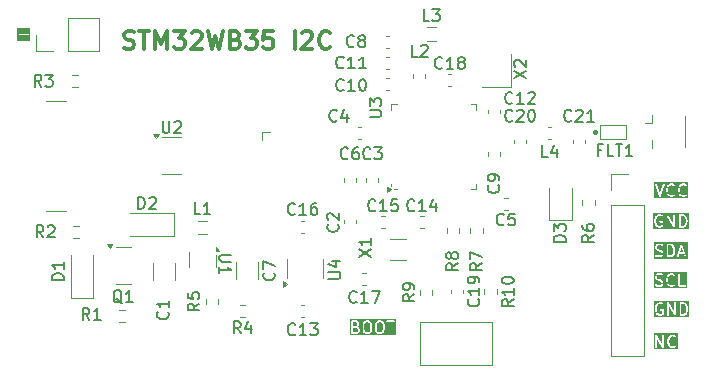
<source format=gbr>
%TF.GenerationSoftware,KiCad,Pcbnew,9.0.4*%
%TF.CreationDate,2025-09-25T07:19:07+02:00*%
%TF.ProjectId,stm32_sensirion_wb,73746d33-325f-4736-956e-736972696f6e,rev?*%
%TF.SameCoordinates,Original*%
%TF.FileFunction,Legend,Top*%
%TF.FilePolarity,Positive*%
%FSLAX46Y46*%
G04 Gerber Fmt 4.6, Leading zero omitted, Abs format (unit mm)*
G04 Created by KiCad (PCBNEW 9.0.4) date 2025-09-25 07:19:07*
%MOMM*%
%LPD*%
G01*
G04 APERTURE LIST*
%ADD10C,0.150000*%
%ADD11C,0.100000*%
%ADD12C,0.300000*%
%ADD13C,0.120000*%
%ADD14C,0.400000*%
G04 APERTURE END LIST*
D10*
G36*
X112029598Y-53082990D02*
G01*
X112103711Y-53157103D01*
X112142204Y-53234090D01*
X112185588Y-53407624D01*
X112185588Y-53532013D01*
X112142204Y-53705547D01*
X112103710Y-53782534D01*
X112029598Y-53856647D01*
X111915085Y-53894819D01*
X111764160Y-53894819D01*
X111764160Y-53044819D01*
X111915085Y-53044819D01*
X112029598Y-53082990D01*
G37*
G36*
X113013674Y-53609104D02*
G01*
X112745598Y-53609104D01*
X112879636Y-53206989D01*
X113013674Y-53609104D01*
G37*
G36*
X113398491Y-54155930D02*
G01*
X110503049Y-54155930D01*
X110503049Y-53160295D01*
X110614160Y-53160295D01*
X110614160Y-53255533D01*
X110615601Y-53270165D01*
X110616632Y-53272654D01*
X110616823Y-53275342D01*
X110622078Y-53289074D01*
X110669697Y-53384312D01*
X110673661Y-53390611D01*
X110674419Y-53392439D01*
X110676107Y-53394495D01*
X110677529Y-53396755D01*
X110679027Y-53398054D01*
X110683746Y-53403804D01*
X110731365Y-53451423D01*
X110737114Y-53456141D01*
X110738414Y-53457640D01*
X110740673Y-53459061D01*
X110742730Y-53460750D01*
X110744557Y-53461507D01*
X110750857Y-53465472D01*
X110846095Y-53513091D01*
X110847164Y-53513500D01*
X110847600Y-53513823D01*
X110853736Y-53516015D01*
X110859826Y-53518346D01*
X110860366Y-53518384D01*
X110861446Y-53518770D01*
X111043936Y-53564392D01*
X111120923Y-53602886D01*
X111151330Y-53633293D01*
X111185588Y-53701809D01*
X111185588Y-53761637D01*
X111151329Y-53830153D01*
X111120922Y-53860561D01*
X111052407Y-53894819D01*
X110844187Y-53894819D01*
X110712877Y-53851049D01*
X110698540Y-53847789D01*
X110669350Y-53849864D01*
X110643177Y-53862950D01*
X110624003Y-53885057D01*
X110614749Y-53912820D01*
X110616824Y-53942010D01*
X110629910Y-53968183D01*
X110652017Y-53987357D01*
X110665443Y-53993351D01*
X110808299Y-54040970D01*
X110815554Y-54042619D01*
X110817385Y-54043378D01*
X110820038Y-54043639D01*
X110822636Y-54044230D01*
X110824610Y-54044089D01*
X110832017Y-54044819D01*
X111070112Y-54044819D01*
X111084744Y-54043378D01*
X111087233Y-54042346D01*
X111089921Y-54042156D01*
X111103653Y-54036901D01*
X111198891Y-53989282D01*
X111205190Y-53985317D01*
X111207018Y-53984560D01*
X111209074Y-53982872D01*
X111211334Y-53981450D01*
X111212634Y-53979950D01*
X111218384Y-53975232D01*
X111266002Y-53927613D01*
X111270720Y-53921863D01*
X111272219Y-53920564D01*
X111273640Y-53918305D01*
X111275330Y-53916247D01*
X111276087Y-53914417D01*
X111280051Y-53908121D01*
X111327670Y-53812883D01*
X111332925Y-53799152D01*
X111333116Y-53796462D01*
X111334147Y-53793974D01*
X111335588Y-53779342D01*
X111335588Y-53684104D01*
X111334147Y-53669472D01*
X111333116Y-53666983D01*
X111332925Y-53664294D01*
X111327670Y-53650563D01*
X111280051Y-53555325D01*
X111276086Y-53549025D01*
X111275329Y-53547198D01*
X111273640Y-53545141D01*
X111272219Y-53542882D01*
X111270720Y-53541582D01*
X111266002Y-53535833D01*
X111218383Y-53488214D01*
X111212633Y-53483495D01*
X111211334Y-53481997D01*
X111209074Y-53480575D01*
X111207018Y-53478887D01*
X111205190Y-53478129D01*
X111198891Y-53474165D01*
X111103653Y-53426546D01*
X111102583Y-53426136D01*
X111102148Y-53425814D01*
X111096002Y-53423618D01*
X111089921Y-53421291D01*
X111089381Y-53421252D01*
X111088302Y-53420867D01*
X110905812Y-53375244D01*
X110828825Y-53336751D01*
X110798418Y-53306344D01*
X110764160Y-53237828D01*
X110764160Y-53178000D01*
X110798418Y-53109484D01*
X110828825Y-53079077D01*
X110897341Y-53044819D01*
X111105561Y-53044819D01*
X111236870Y-53088589D01*
X111251207Y-53091849D01*
X111280397Y-53089774D01*
X111306571Y-53076688D01*
X111325745Y-53054580D01*
X111334999Y-53026818D01*
X111332924Y-52997628D01*
X111319837Y-52971455D01*
X111317951Y-52969819D01*
X111614160Y-52969819D01*
X111614160Y-53969819D01*
X111615601Y-53984451D01*
X111626800Y-54011487D01*
X111647492Y-54032179D01*
X111674528Y-54043378D01*
X111689160Y-54044819D01*
X111927255Y-54044819D01*
X111934660Y-54044089D01*
X111936635Y-54044230D01*
X111939232Y-54043639D01*
X111941887Y-54043378D01*
X111943718Y-54042619D01*
X111950972Y-54040970D01*
X112093829Y-53993351D01*
X112107254Y-53987357D01*
X112109289Y-53985591D01*
X112111780Y-53984560D01*
X112123145Y-53975233D01*
X112137939Y-53960439D01*
X112471892Y-53960439D01*
X112473967Y-53989629D01*
X112487053Y-54015802D01*
X112509160Y-54034976D01*
X112536923Y-54044230D01*
X112566113Y-54042155D01*
X112592286Y-54029069D01*
X112611460Y-54006962D01*
X112617454Y-53993536D01*
X112695598Y-53759104D01*
X113063674Y-53759104D01*
X113141818Y-53993536D01*
X113147812Y-54006961D01*
X113166986Y-54029068D01*
X113193159Y-54042155D01*
X113222349Y-54044230D01*
X113250111Y-54034976D01*
X113272219Y-54015802D01*
X113285305Y-53989628D01*
X113287380Y-53960438D01*
X113284120Y-53946102D01*
X112950787Y-52946102D01*
X112944793Y-52932676D01*
X112941281Y-52928627D01*
X112938886Y-52923836D01*
X112931782Y-52917674D01*
X112925619Y-52910569D01*
X112920825Y-52908172D01*
X112916778Y-52904662D01*
X112907856Y-52901688D01*
X112899446Y-52897483D01*
X112894101Y-52897103D01*
X112889016Y-52895408D01*
X112879636Y-52896074D01*
X112870256Y-52895408D01*
X112865170Y-52897103D01*
X112859826Y-52897483D01*
X112851418Y-52901687D01*
X112842493Y-52904662D01*
X112838442Y-52908175D01*
X112833653Y-52910570D01*
X112827494Y-52917670D01*
X112820386Y-52923836D01*
X112817989Y-52928629D01*
X112814479Y-52932677D01*
X112808485Y-52946102D01*
X112475152Y-53946102D01*
X112471892Y-53960439D01*
X112137939Y-53960439D01*
X112218384Y-53879993D01*
X112223101Y-53874244D01*
X112224600Y-53872945D01*
X112226021Y-53870686D01*
X112227711Y-53868628D01*
X112228468Y-53866798D01*
X112232432Y-53860502D01*
X112280051Y-53765264D01*
X112280460Y-53764194D01*
X112280783Y-53763759D01*
X112282975Y-53757622D01*
X112285306Y-53751533D01*
X112285344Y-53750992D01*
X112285730Y-53749913D01*
X112333349Y-53559437D01*
X112333724Y-53556900D01*
X112334147Y-53555879D01*
X112334689Y-53550366D01*
X112335499Y-53544893D01*
X112335336Y-53543800D01*
X112335588Y-53541247D01*
X112335588Y-53398390D01*
X112335336Y-53395836D01*
X112335499Y-53394744D01*
X112334689Y-53389270D01*
X112334147Y-53383758D01*
X112333724Y-53382736D01*
X112333349Y-53380200D01*
X112285730Y-53189724D01*
X112285344Y-53188644D01*
X112285306Y-53188104D01*
X112282975Y-53182014D01*
X112280783Y-53175878D01*
X112280460Y-53175442D01*
X112280051Y-53174373D01*
X112232432Y-53079135D01*
X112228469Y-53072840D01*
X112227711Y-53071008D01*
X112226019Y-53068946D01*
X112224600Y-53066692D01*
X112223103Y-53065393D01*
X112218383Y-53059643D01*
X112123145Y-52964405D01*
X112111780Y-52955078D01*
X112109289Y-52954046D01*
X112107254Y-52952281D01*
X112093829Y-52946287D01*
X111950972Y-52898668D01*
X111943718Y-52897018D01*
X111941887Y-52896260D01*
X111939232Y-52895998D01*
X111936635Y-52895408D01*
X111934660Y-52895548D01*
X111927255Y-52894819D01*
X111689160Y-52894819D01*
X111674528Y-52896260D01*
X111647492Y-52907459D01*
X111626800Y-52928151D01*
X111615601Y-52955187D01*
X111614160Y-52969819D01*
X111317951Y-52969819D01*
X111297730Y-52952281D01*
X111284305Y-52946287D01*
X111141448Y-52898668D01*
X111134194Y-52897018D01*
X111132363Y-52896260D01*
X111129708Y-52895998D01*
X111127111Y-52895408D01*
X111125136Y-52895548D01*
X111117731Y-52894819D01*
X110879636Y-52894819D01*
X110865004Y-52896260D01*
X110862515Y-52897290D01*
X110859826Y-52897482D01*
X110846095Y-52902737D01*
X110750857Y-52950356D01*
X110744557Y-52954320D01*
X110742730Y-52955078D01*
X110740673Y-52956766D01*
X110738414Y-52958188D01*
X110737114Y-52959686D01*
X110731365Y-52964405D01*
X110683746Y-53012024D01*
X110679027Y-53017773D01*
X110677529Y-53019073D01*
X110676107Y-53021332D01*
X110674419Y-53023389D01*
X110673661Y-53025216D01*
X110669697Y-53031516D01*
X110622078Y-53126754D01*
X110616823Y-53140486D01*
X110616632Y-53143173D01*
X110615601Y-53145663D01*
X110614160Y-53160295D01*
X110503049Y-53160295D01*
X110503049Y-52783708D01*
X113398491Y-52783708D01*
X113398491Y-54155930D01*
G37*
G36*
X113450020Y-49055930D02*
G01*
X110508400Y-49055930D01*
X110508400Y-47879199D01*
X110619511Y-47879199D01*
X110622771Y-47893536D01*
X110956104Y-48893536D01*
X110962098Y-48906961D01*
X110965608Y-48911008D01*
X110968005Y-48915802D01*
X110975113Y-48921967D01*
X110981272Y-48929068D01*
X110986061Y-48931462D01*
X110990112Y-48934976D01*
X110999037Y-48937950D01*
X111007445Y-48942155D01*
X111012789Y-48942534D01*
X111017875Y-48944230D01*
X111027255Y-48943563D01*
X111036635Y-48944230D01*
X111041720Y-48942534D01*
X111047065Y-48942155D01*
X111055475Y-48937949D01*
X111064397Y-48934976D01*
X111068444Y-48931465D01*
X111073238Y-48929069D01*
X111079401Y-48921963D01*
X111086505Y-48915802D01*
X111088900Y-48911010D01*
X111092412Y-48906962D01*
X111098406Y-48893536D01*
X111296788Y-48298390D01*
X111571303Y-48298390D01*
X111571303Y-48441247D01*
X111571554Y-48443800D01*
X111571392Y-48444893D01*
X111572201Y-48450366D01*
X111572744Y-48455879D01*
X111573166Y-48456900D01*
X111573542Y-48459437D01*
X111621161Y-48649913D01*
X111621546Y-48650992D01*
X111621585Y-48651532D01*
X111623912Y-48657613D01*
X111626108Y-48663759D01*
X111626430Y-48664194D01*
X111626840Y-48665264D01*
X111674459Y-48760502D01*
X111678422Y-48766798D01*
X111679180Y-48768628D01*
X111680869Y-48770686D01*
X111682291Y-48772945D01*
X111683789Y-48774244D01*
X111688508Y-48779994D01*
X111783746Y-48875233D01*
X111795111Y-48884561D01*
X111797601Y-48885592D01*
X111799636Y-48887357D01*
X111813062Y-48893351D01*
X111955918Y-48940970D01*
X111963173Y-48942619D01*
X111965004Y-48943378D01*
X111967657Y-48943639D01*
X111970255Y-48944230D01*
X111972229Y-48944089D01*
X111979636Y-48944819D01*
X112074874Y-48944819D01*
X112082279Y-48944089D01*
X112084254Y-48944230D01*
X112086851Y-48943639D01*
X112089506Y-48943378D01*
X112091337Y-48942619D01*
X112098591Y-48940970D01*
X112241448Y-48893351D01*
X112254873Y-48887357D01*
X112256908Y-48885591D01*
X112259399Y-48884560D01*
X112270765Y-48875232D01*
X112318383Y-48827613D01*
X112327711Y-48816247D01*
X112338909Y-48789211D01*
X112338909Y-48759948D01*
X112327710Y-48732912D01*
X112307017Y-48712219D01*
X112279981Y-48701021D01*
X112250718Y-48701021D01*
X112223682Y-48712220D01*
X112212316Y-48721548D01*
X112177217Y-48756647D01*
X112062704Y-48794819D01*
X111991806Y-48794819D01*
X111877293Y-48756648D01*
X111803180Y-48682534D01*
X111764686Y-48605547D01*
X111721303Y-48432013D01*
X111721303Y-48307624D01*
X111723611Y-48298390D01*
X112571303Y-48298390D01*
X112571303Y-48441247D01*
X112571554Y-48443800D01*
X112571392Y-48444893D01*
X112572201Y-48450366D01*
X112572744Y-48455879D01*
X112573166Y-48456900D01*
X112573542Y-48459437D01*
X112621161Y-48649913D01*
X112621546Y-48650992D01*
X112621585Y-48651532D01*
X112623912Y-48657613D01*
X112626108Y-48663759D01*
X112626430Y-48664194D01*
X112626840Y-48665264D01*
X112674459Y-48760502D01*
X112678422Y-48766798D01*
X112679180Y-48768628D01*
X112680869Y-48770686D01*
X112682291Y-48772945D01*
X112683789Y-48774244D01*
X112688508Y-48779994D01*
X112783746Y-48875233D01*
X112795111Y-48884561D01*
X112797601Y-48885592D01*
X112799636Y-48887357D01*
X112813062Y-48893351D01*
X112955918Y-48940970D01*
X112963173Y-48942619D01*
X112965004Y-48943378D01*
X112967657Y-48943639D01*
X112970255Y-48944230D01*
X112972229Y-48944089D01*
X112979636Y-48944819D01*
X113074874Y-48944819D01*
X113082279Y-48944089D01*
X113084254Y-48944230D01*
X113086851Y-48943639D01*
X113089506Y-48943378D01*
X113091337Y-48942619D01*
X113098591Y-48940970D01*
X113241448Y-48893351D01*
X113254873Y-48887357D01*
X113256908Y-48885591D01*
X113259399Y-48884560D01*
X113270765Y-48875232D01*
X113318383Y-48827613D01*
X113327711Y-48816247D01*
X113338909Y-48789211D01*
X113338909Y-48759948D01*
X113327710Y-48732912D01*
X113307017Y-48712219D01*
X113279981Y-48701021D01*
X113250718Y-48701021D01*
X113223682Y-48712220D01*
X113212316Y-48721548D01*
X113177217Y-48756647D01*
X113062704Y-48794819D01*
X112991806Y-48794819D01*
X112877293Y-48756648D01*
X112803180Y-48682534D01*
X112764686Y-48605547D01*
X112721303Y-48432013D01*
X112721303Y-48307624D01*
X112764686Y-48134090D01*
X112803180Y-48057103D01*
X112877293Y-47982990D01*
X112991806Y-47944819D01*
X113062704Y-47944819D01*
X113177217Y-47982990D01*
X113212317Y-48018090D01*
X113223682Y-48027417D01*
X113250718Y-48038616D01*
X113279981Y-48038616D01*
X113307017Y-48027417D01*
X113327710Y-48006724D01*
X113338909Y-47979688D01*
X113338909Y-47950425D01*
X113327710Y-47923389D01*
X113318383Y-47912024D01*
X113270764Y-47864405D01*
X113259399Y-47855078D01*
X113256908Y-47854046D01*
X113254873Y-47852281D01*
X113241448Y-47846287D01*
X113098591Y-47798668D01*
X113091337Y-47797018D01*
X113089506Y-47796260D01*
X113086851Y-47795998D01*
X113084254Y-47795408D01*
X113082279Y-47795548D01*
X113074874Y-47794819D01*
X112979636Y-47794819D01*
X112972229Y-47795548D01*
X112970255Y-47795408D01*
X112967657Y-47795998D01*
X112965004Y-47796260D01*
X112963173Y-47797018D01*
X112955918Y-47798668D01*
X112813062Y-47846287D01*
X112799636Y-47852281D01*
X112797601Y-47854045D01*
X112795111Y-47855077D01*
X112783746Y-47864405D01*
X112688508Y-47959643D01*
X112683789Y-47965392D01*
X112682291Y-47966692D01*
X112680869Y-47968951D01*
X112679181Y-47971008D01*
X112678423Y-47972835D01*
X112674459Y-47979135D01*
X112626840Y-48074373D01*
X112626430Y-48075442D01*
X112626108Y-48075878D01*
X112623912Y-48082023D01*
X112621585Y-48088105D01*
X112621546Y-48088644D01*
X112621161Y-48089724D01*
X112573542Y-48280200D01*
X112573166Y-48282736D01*
X112572744Y-48283758D01*
X112572201Y-48289270D01*
X112571392Y-48294744D01*
X112571554Y-48295836D01*
X112571303Y-48298390D01*
X111723611Y-48298390D01*
X111764686Y-48134090D01*
X111803180Y-48057103D01*
X111877293Y-47982990D01*
X111991806Y-47944819D01*
X112062704Y-47944819D01*
X112177217Y-47982990D01*
X112212317Y-48018090D01*
X112223682Y-48027417D01*
X112250718Y-48038616D01*
X112279981Y-48038616D01*
X112307017Y-48027417D01*
X112327710Y-48006724D01*
X112338909Y-47979688D01*
X112338909Y-47950425D01*
X112327710Y-47923389D01*
X112318383Y-47912024D01*
X112270764Y-47864405D01*
X112259399Y-47855078D01*
X112256908Y-47854046D01*
X112254873Y-47852281D01*
X112241448Y-47846287D01*
X112098591Y-47798668D01*
X112091337Y-47797018D01*
X112089506Y-47796260D01*
X112086851Y-47795998D01*
X112084254Y-47795408D01*
X112082279Y-47795548D01*
X112074874Y-47794819D01*
X111979636Y-47794819D01*
X111972229Y-47795548D01*
X111970255Y-47795408D01*
X111967657Y-47795998D01*
X111965004Y-47796260D01*
X111963173Y-47797018D01*
X111955918Y-47798668D01*
X111813062Y-47846287D01*
X111799636Y-47852281D01*
X111797601Y-47854045D01*
X111795111Y-47855077D01*
X111783746Y-47864405D01*
X111688508Y-47959643D01*
X111683789Y-47965392D01*
X111682291Y-47966692D01*
X111680869Y-47968951D01*
X111679181Y-47971008D01*
X111678423Y-47972835D01*
X111674459Y-47979135D01*
X111626840Y-48074373D01*
X111626430Y-48075442D01*
X111626108Y-48075878D01*
X111623912Y-48082023D01*
X111621585Y-48088105D01*
X111621546Y-48088644D01*
X111621161Y-48089724D01*
X111573542Y-48280200D01*
X111573166Y-48282736D01*
X111572744Y-48283758D01*
X111572201Y-48289270D01*
X111571392Y-48294744D01*
X111571554Y-48295836D01*
X111571303Y-48298390D01*
X111296788Y-48298390D01*
X111431739Y-47893536D01*
X111434999Y-47879200D01*
X111432924Y-47850010D01*
X111419838Y-47823836D01*
X111397730Y-47804662D01*
X111369968Y-47795408D01*
X111340778Y-47797483D01*
X111314605Y-47810570D01*
X111295431Y-47832677D01*
X111289437Y-47846102D01*
X111027255Y-48632648D01*
X110765073Y-47846102D01*
X110759079Y-47832676D01*
X110739905Y-47810569D01*
X110713732Y-47797483D01*
X110684542Y-47795408D01*
X110656779Y-47804662D01*
X110634672Y-47823836D01*
X110621586Y-47850009D01*
X110619511Y-47879199D01*
X110508400Y-47879199D01*
X110508400Y-47683708D01*
X113450020Y-47683708D01*
X113450020Y-49055930D01*
G37*
G36*
X113124836Y-58032990D02*
G01*
X113198949Y-58107103D01*
X113237442Y-58184090D01*
X113280826Y-58357624D01*
X113280826Y-58482013D01*
X113237442Y-58655547D01*
X113198948Y-58732534D01*
X113124836Y-58806647D01*
X113010323Y-58844819D01*
X112859398Y-58844819D01*
X112859398Y-57994819D01*
X113010323Y-57994819D01*
X113124836Y-58032990D01*
G37*
G36*
X113541937Y-59105930D02*
G01*
X110503049Y-59105930D01*
X110503049Y-58348390D01*
X110614160Y-58348390D01*
X110614160Y-58491247D01*
X110614411Y-58493800D01*
X110614249Y-58494893D01*
X110615058Y-58500366D01*
X110615601Y-58505879D01*
X110616023Y-58506900D01*
X110616399Y-58509437D01*
X110664018Y-58699913D01*
X110664403Y-58700992D01*
X110664442Y-58701532D01*
X110666769Y-58707613D01*
X110668965Y-58713759D01*
X110669287Y-58714194D01*
X110669697Y-58715264D01*
X110717316Y-58810502D01*
X110721279Y-58816798D01*
X110722037Y-58818628D01*
X110723726Y-58820686D01*
X110725148Y-58822945D01*
X110726646Y-58824244D01*
X110731365Y-58829994D01*
X110826603Y-58925233D01*
X110837968Y-58934561D01*
X110840458Y-58935592D01*
X110842493Y-58937357D01*
X110855919Y-58943351D01*
X110998775Y-58990970D01*
X111006030Y-58992619D01*
X111007861Y-58993378D01*
X111010514Y-58993639D01*
X111013112Y-58994230D01*
X111015086Y-58994089D01*
X111022493Y-58994819D01*
X111117731Y-58994819D01*
X111125136Y-58994089D01*
X111127111Y-58994230D01*
X111129708Y-58993639D01*
X111132363Y-58993378D01*
X111134194Y-58992619D01*
X111141448Y-58990970D01*
X111284305Y-58943351D01*
X111297730Y-58937357D01*
X111299765Y-58935591D01*
X111302256Y-58934560D01*
X111313622Y-58925232D01*
X111361240Y-58877613D01*
X111370568Y-58866247D01*
X111377849Y-58848668D01*
X111381766Y-58839212D01*
X111383207Y-58824580D01*
X111383207Y-58491247D01*
X111381766Y-58476615D01*
X111370567Y-58449579D01*
X111349875Y-58428887D01*
X111322839Y-58417688D01*
X111308207Y-58416247D01*
X111117731Y-58416247D01*
X111103099Y-58417688D01*
X111076063Y-58428887D01*
X111055371Y-58449579D01*
X111044172Y-58476615D01*
X111044172Y-58505879D01*
X111055371Y-58532915D01*
X111076063Y-58553607D01*
X111103099Y-58564806D01*
X111117731Y-58566247D01*
X111233207Y-58566247D01*
X111233207Y-58793514D01*
X111220074Y-58806647D01*
X111105561Y-58844819D01*
X111034663Y-58844819D01*
X110920150Y-58806648D01*
X110846037Y-58732534D01*
X110807543Y-58655547D01*
X110764160Y-58482013D01*
X110764160Y-58357624D01*
X110807543Y-58184090D01*
X110846037Y-58107103D01*
X110920150Y-58032990D01*
X111034663Y-57994819D01*
X111147645Y-57994819D01*
X111227047Y-58034520D01*
X111240778Y-58039775D01*
X111269968Y-58041849D01*
X111297730Y-58032595D01*
X111319837Y-58013422D01*
X111332925Y-57987247D01*
X111334999Y-57958057D01*
X111325745Y-57930296D01*
X111316659Y-57919819D01*
X111661779Y-57919819D01*
X111661779Y-58919819D01*
X111663220Y-58934451D01*
X111674419Y-58961487D01*
X111695111Y-58982179D01*
X111722147Y-58993378D01*
X111751411Y-58993378D01*
X111778447Y-58982179D01*
X111799139Y-58961487D01*
X111810338Y-58934451D01*
X111811779Y-58919819D01*
X111811779Y-58202235D01*
X112243089Y-58957030D01*
X112245278Y-58960114D01*
X112245847Y-58961487D01*
X112247244Y-58962884D01*
X112251599Y-58969019D01*
X112259487Y-58975127D01*
X112266539Y-58982179D01*
X112270957Y-58984009D01*
X112274737Y-58986936D01*
X112284358Y-58989560D01*
X112293575Y-58993378D01*
X112298356Y-58993378D01*
X112302968Y-58994636D01*
X112312865Y-58993378D01*
X112322839Y-58993378D01*
X112327254Y-58991548D01*
X112331998Y-58990946D01*
X112340662Y-58985995D01*
X112349875Y-58982179D01*
X112353253Y-58978800D01*
X112357407Y-58976427D01*
X112363516Y-58968537D01*
X112370567Y-58961487D01*
X112372396Y-58957070D01*
X112375324Y-58953290D01*
X112377948Y-58943666D01*
X112381766Y-58934451D01*
X112382502Y-58926968D01*
X112383024Y-58925058D01*
X112382836Y-58923582D01*
X112383207Y-58919819D01*
X112383207Y-57919819D01*
X112709398Y-57919819D01*
X112709398Y-58919819D01*
X112710839Y-58934451D01*
X112722038Y-58961487D01*
X112742730Y-58982179D01*
X112769766Y-58993378D01*
X112784398Y-58994819D01*
X113022493Y-58994819D01*
X113029898Y-58994089D01*
X113031873Y-58994230D01*
X113034470Y-58993639D01*
X113037125Y-58993378D01*
X113038956Y-58992619D01*
X113046210Y-58990970D01*
X113189067Y-58943351D01*
X113202492Y-58937357D01*
X113204527Y-58935591D01*
X113207018Y-58934560D01*
X113218383Y-58925233D01*
X113313622Y-58829993D01*
X113318339Y-58824244D01*
X113319838Y-58822945D01*
X113321259Y-58820686D01*
X113322949Y-58818628D01*
X113323706Y-58816798D01*
X113327670Y-58810502D01*
X113375289Y-58715264D01*
X113375698Y-58714194D01*
X113376021Y-58713759D01*
X113378213Y-58707622D01*
X113380544Y-58701533D01*
X113380582Y-58700992D01*
X113380968Y-58699913D01*
X113428587Y-58509437D01*
X113428962Y-58506900D01*
X113429385Y-58505879D01*
X113429927Y-58500366D01*
X113430737Y-58494893D01*
X113430574Y-58493800D01*
X113430826Y-58491247D01*
X113430826Y-58348390D01*
X113430574Y-58345836D01*
X113430737Y-58344744D01*
X113429927Y-58339270D01*
X113429385Y-58333758D01*
X113428962Y-58332736D01*
X113428587Y-58330200D01*
X113380968Y-58139724D01*
X113380582Y-58138644D01*
X113380544Y-58138104D01*
X113378213Y-58132014D01*
X113376021Y-58125878D01*
X113375698Y-58125442D01*
X113375289Y-58124373D01*
X113327670Y-58029135D01*
X113323707Y-58022840D01*
X113322949Y-58021008D01*
X113321257Y-58018946D01*
X113319838Y-58016692D01*
X113318341Y-58015393D01*
X113313621Y-58009643D01*
X113218383Y-57914405D01*
X113207018Y-57905078D01*
X113204527Y-57904046D01*
X113202492Y-57902281D01*
X113189067Y-57896287D01*
X113046210Y-57848668D01*
X113038956Y-57847018D01*
X113037125Y-57846260D01*
X113034470Y-57845998D01*
X113031873Y-57845408D01*
X113029898Y-57845548D01*
X113022493Y-57844819D01*
X112784398Y-57844819D01*
X112769766Y-57846260D01*
X112742730Y-57857459D01*
X112722038Y-57878151D01*
X112710839Y-57905187D01*
X112709398Y-57919819D01*
X112383207Y-57919819D01*
X112381766Y-57905187D01*
X112370567Y-57878151D01*
X112349875Y-57857459D01*
X112322839Y-57846260D01*
X112293575Y-57846260D01*
X112266539Y-57857459D01*
X112245847Y-57878151D01*
X112234648Y-57905187D01*
X112233207Y-57919819D01*
X112233207Y-58637402D01*
X111801897Y-57882609D01*
X111799708Y-57879525D01*
X111799139Y-57878151D01*
X111797739Y-57876751D01*
X111793387Y-57870619D01*
X111785497Y-57864509D01*
X111778447Y-57857459D01*
X111774030Y-57855629D01*
X111770250Y-57852702D01*
X111760626Y-57850077D01*
X111751411Y-57846260D01*
X111746630Y-57846260D01*
X111742018Y-57845002D01*
X111732121Y-57846260D01*
X111722147Y-57846260D01*
X111717731Y-57848089D01*
X111712988Y-57848692D01*
X111704323Y-57853642D01*
X111695111Y-57857459D01*
X111691732Y-57860837D01*
X111687579Y-57863211D01*
X111681469Y-57871100D01*
X111674419Y-57878151D01*
X111672589Y-57882567D01*
X111669662Y-57886348D01*
X111667037Y-57895971D01*
X111663220Y-57905187D01*
X111662483Y-57912669D01*
X111661962Y-57914580D01*
X111662149Y-57916055D01*
X111661779Y-57919819D01*
X111316659Y-57919819D01*
X111306572Y-57908188D01*
X111294129Y-57900356D01*
X111198891Y-57852737D01*
X111185159Y-57847482D01*
X111182471Y-57847291D01*
X111179982Y-57846260D01*
X111165350Y-57844819D01*
X111022493Y-57844819D01*
X111015086Y-57845548D01*
X111013112Y-57845408D01*
X111010514Y-57845998D01*
X111007861Y-57846260D01*
X111006030Y-57847018D01*
X110998775Y-57848668D01*
X110855919Y-57896287D01*
X110842493Y-57902281D01*
X110840458Y-57904045D01*
X110837968Y-57905077D01*
X110826603Y-57914405D01*
X110731365Y-58009643D01*
X110726646Y-58015392D01*
X110725148Y-58016692D01*
X110723726Y-58018951D01*
X110722038Y-58021008D01*
X110721280Y-58022835D01*
X110717316Y-58029135D01*
X110669697Y-58124373D01*
X110669287Y-58125442D01*
X110668965Y-58125878D01*
X110666769Y-58132023D01*
X110664442Y-58138105D01*
X110664403Y-58138644D01*
X110664018Y-58139724D01*
X110616399Y-58330200D01*
X110616023Y-58332736D01*
X110615601Y-58333758D01*
X110615058Y-58339270D01*
X110614249Y-58344744D01*
X110614411Y-58345836D01*
X110614160Y-58348390D01*
X110503049Y-58348390D01*
X110503049Y-57733708D01*
X113541937Y-57733708D01*
X113541937Y-59105930D01*
G37*
G36*
X112540496Y-61855930D02*
G01*
X110550668Y-61855930D01*
X110550668Y-60669819D01*
X110661779Y-60669819D01*
X110661779Y-61669819D01*
X110663220Y-61684451D01*
X110674419Y-61711487D01*
X110695111Y-61732179D01*
X110722147Y-61743378D01*
X110751411Y-61743378D01*
X110778447Y-61732179D01*
X110799139Y-61711487D01*
X110810338Y-61684451D01*
X110811779Y-61669819D01*
X110811779Y-60952235D01*
X111243089Y-61707030D01*
X111245278Y-61710114D01*
X111245847Y-61711487D01*
X111247244Y-61712884D01*
X111251599Y-61719019D01*
X111259487Y-61725127D01*
X111266539Y-61732179D01*
X111270957Y-61734009D01*
X111274737Y-61736936D01*
X111284358Y-61739560D01*
X111293575Y-61743378D01*
X111298356Y-61743378D01*
X111302968Y-61744636D01*
X111312865Y-61743378D01*
X111322839Y-61743378D01*
X111327254Y-61741548D01*
X111331998Y-61740946D01*
X111340662Y-61735995D01*
X111349875Y-61732179D01*
X111353253Y-61728800D01*
X111357407Y-61726427D01*
X111363516Y-61718537D01*
X111370567Y-61711487D01*
X111372396Y-61707070D01*
X111375324Y-61703290D01*
X111377948Y-61693666D01*
X111381766Y-61684451D01*
X111382502Y-61676968D01*
X111383024Y-61675058D01*
X111382836Y-61673582D01*
X111383207Y-61669819D01*
X111383207Y-61098390D01*
X111661779Y-61098390D01*
X111661779Y-61241247D01*
X111662030Y-61243800D01*
X111661868Y-61244893D01*
X111662677Y-61250366D01*
X111663220Y-61255879D01*
X111663642Y-61256900D01*
X111664018Y-61259437D01*
X111711637Y-61449913D01*
X111712022Y-61450992D01*
X111712061Y-61451532D01*
X111714388Y-61457613D01*
X111716584Y-61463759D01*
X111716906Y-61464194D01*
X111717316Y-61465264D01*
X111764935Y-61560502D01*
X111768898Y-61566798D01*
X111769656Y-61568628D01*
X111771345Y-61570686D01*
X111772767Y-61572945D01*
X111774265Y-61574244D01*
X111778984Y-61579994D01*
X111874222Y-61675233D01*
X111885587Y-61684561D01*
X111888077Y-61685592D01*
X111890112Y-61687357D01*
X111903538Y-61693351D01*
X112046394Y-61740970D01*
X112053649Y-61742619D01*
X112055480Y-61743378D01*
X112058133Y-61743639D01*
X112060731Y-61744230D01*
X112062705Y-61744089D01*
X112070112Y-61744819D01*
X112165350Y-61744819D01*
X112172755Y-61744089D01*
X112174730Y-61744230D01*
X112177327Y-61743639D01*
X112179982Y-61743378D01*
X112181813Y-61742619D01*
X112189067Y-61740970D01*
X112331924Y-61693351D01*
X112345349Y-61687357D01*
X112347384Y-61685591D01*
X112349875Y-61684560D01*
X112361241Y-61675232D01*
X112408859Y-61627613D01*
X112418187Y-61616247D01*
X112429385Y-61589211D01*
X112429385Y-61559948D01*
X112418186Y-61532912D01*
X112397493Y-61512219D01*
X112370457Y-61501021D01*
X112341194Y-61501021D01*
X112314158Y-61512220D01*
X112302792Y-61521548D01*
X112267693Y-61556647D01*
X112153180Y-61594819D01*
X112082282Y-61594819D01*
X111967769Y-61556648D01*
X111893656Y-61482534D01*
X111855162Y-61405547D01*
X111811779Y-61232013D01*
X111811779Y-61107624D01*
X111855162Y-60934090D01*
X111893656Y-60857103D01*
X111967769Y-60782990D01*
X112082282Y-60744819D01*
X112153180Y-60744819D01*
X112267693Y-60782990D01*
X112302793Y-60818090D01*
X112314158Y-60827417D01*
X112341194Y-60838616D01*
X112370457Y-60838616D01*
X112397493Y-60827417D01*
X112418186Y-60806724D01*
X112429385Y-60779688D01*
X112429385Y-60750425D01*
X112418186Y-60723389D01*
X112408859Y-60712024D01*
X112361240Y-60664405D01*
X112349875Y-60655078D01*
X112347384Y-60654046D01*
X112345349Y-60652281D01*
X112331924Y-60646287D01*
X112189067Y-60598668D01*
X112181813Y-60597018D01*
X112179982Y-60596260D01*
X112177327Y-60595998D01*
X112174730Y-60595408D01*
X112172755Y-60595548D01*
X112165350Y-60594819D01*
X112070112Y-60594819D01*
X112062705Y-60595548D01*
X112060731Y-60595408D01*
X112058133Y-60595998D01*
X112055480Y-60596260D01*
X112053649Y-60597018D01*
X112046394Y-60598668D01*
X111903538Y-60646287D01*
X111890112Y-60652281D01*
X111888077Y-60654045D01*
X111885587Y-60655077D01*
X111874222Y-60664405D01*
X111778984Y-60759643D01*
X111774265Y-60765392D01*
X111772767Y-60766692D01*
X111771345Y-60768951D01*
X111769657Y-60771008D01*
X111768899Y-60772835D01*
X111764935Y-60779135D01*
X111717316Y-60874373D01*
X111716906Y-60875442D01*
X111716584Y-60875878D01*
X111714388Y-60882023D01*
X111712061Y-60888105D01*
X111712022Y-60888644D01*
X111711637Y-60889724D01*
X111664018Y-61080200D01*
X111663642Y-61082736D01*
X111663220Y-61083758D01*
X111662677Y-61089270D01*
X111661868Y-61094744D01*
X111662030Y-61095836D01*
X111661779Y-61098390D01*
X111383207Y-61098390D01*
X111383207Y-60669819D01*
X111381766Y-60655187D01*
X111370567Y-60628151D01*
X111349875Y-60607459D01*
X111322839Y-60596260D01*
X111293575Y-60596260D01*
X111266539Y-60607459D01*
X111245847Y-60628151D01*
X111234648Y-60655187D01*
X111233207Y-60669819D01*
X111233207Y-61387402D01*
X110801897Y-60632609D01*
X110799708Y-60629525D01*
X110799139Y-60628151D01*
X110797739Y-60626751D01*
X110793387Y-60620619D01*
X110785497Y-60614509D01*
X110778447Y-60607459D01*
X110774030Y-60605629D01*
X110770250Y-60602702D01*
X110760626Y-60600077D01*
X110751411Y-60596260D01*
X110746630Y-60596260D01*
X110742018Y-60595002D01*
X110732121Y-60596260D01*
X110722147Y-60596260D01*
X110717731Y-60598089D01*
X110712988Y-60598692D01*
X110704323Y-60603642D01*
X110695111Y-60607459D01*
X110691732Y-60610837D01*
X110687579Y-60613211D01*
X110681469Y-60621100D01*
X110674419Y-60628151D01*
X110672589Y-60632567D01*
X110669662Y-60636348D01*
X110667037Y-60645971D01*
X110663220Y-60655187D01*
X110662483Y-60662669D01*
X110661962Y-60664580D01*
X110662149Y-60666055D01*
X110661779Y-60669819D01*
X110550668Y-60669819D01*
X110550668Y-60483708D01*
X112540496Y-60483708D01*
X112540496Y-61855930D01*
G37*
G36*
X85422455Y-60059180D02*
G01*
X85448949Y-60085674D01*
X85483207Y-60154190D01*
X85483207Y-60261637D01*
X85448948Y-60330153D01*
X85418541Y-60360561D01*
X85350026Y-60394819D01*
X85061779Y-60394819D01*
X85061779Y-60021009D01*
X85307942Y-60021009D01*
X85422455Y-60059180D01*
G37*
G36*
X85370923Y-59579077D02*
G01*
X85401330Y-59609484D01*
X85435588Y-59678000D01*
X85435588Y-59737828D01*
X85401330Y-59806344D01*
X85370923Y-59836751D01*
X85302407Y-59871009D01*
X85061779Y-59871009D01*
X85061779Y-59544819D01*
X85302407Y-59544819D01*
X85370923Y-59579077D01*
G37*
G36*
X86418542Y-59579077D02*
G01*
X86490484Y-59651019D01*
X86530826Y-59812386D01*
X86530826Y-60127251D01*
X86490484Y-60288617D01*
X86418541Y-60360561D01*
X86350026Y-60394819D01*
X86194960Y-60394819D01*
X86126444Y-60360561D01*
X86054501Y-60288617D01*
X86014160Y-60127251D01*
X86014160Y-59812386D01*
X86054501Y-59651019D01*
X86126444Y-59579077D01*
X86194960Y-59544819D01*
X86350026Y-59544819D01*
X86418542Y-59579077D01*
G37*
G36*
X87466161Y-59579077D02*
G01*
X87538103Y-59651019D01*
X87578445Y-59812386D01*
X87578445Y-60127251D01*
X87538103Y-60288617D01*
X87466160Y-60360561D01*
X87397645Y-60394819D01*
X87242579Y-60394819D01*
X87174063Y-60360561D01*
X87102120Y-60288617D01*
X87061779Y-60127251D01*
X87061779Y-59812386D01*
X87102120Y-59651019D01*
X87174063Y-59579077D01*
X87242579Y-59544819D01*
X87397645Y-59544819D01*
X87466161Y-59579077D01*
G37*
G36*
X88695258Y-60655930D02*
G01*
X84800668Y-60655930D01*
X84800668Y-59469819D01*
X84911779Y-59469819D01*
X84911779Y-60469819D01*
X84913220Y-60484451D01*
X84924419Y-60511487D01*
X84945111Y-60532179D01*
X84972147Y-60543378D01*
X84986779Y-60544819D01*
X85367731Y-60544819D01*
X85382363Y-60543378D01*
X85384852Y-60542346D01*
X85387540Y-60542156D01*
X85401272Y-60536901D01*
X85496510Y-60489282D01*
X85502809Y-60485317D01*
X85504637Y-60484560D01*
X85506693Y-60482872D01*
X85508953Y-60481450D01*
X85510253Y-60479950D01*
X85516003Y-60475232D01*
X85563621Y-60427613D01*
X85568339Y-60421863D01*
X85569838Y-60420564D01*
X85571259Y-60418305D01*
X85572949Y-60416247D01*
X85573706Y-60414417D01*
X85577670Y-60408121D01*
X85625289Y-60312883D01*
X85630544Y-60299152D01*
X85630735Y-60296462D01*
X85631766Y-60293974D01*
X85633207Y-60279342D01*
X85633207Y-60136485D01*
X85631766Y-60121853D01*
X85630735Y-60119364D01*
X85630544Y-60116675D01*
X85625289Y-60102944D01*
X85577670Y-60007706D01*
X85573705Y-60001406D01*
X85572948Y-59999579D01*
X85571259Y-59997522D01*
X85569838Y-59995263D01*
X85568339Y-59993963D01*
X85563621Y-59988214D01*
X85516002Y-59940595D01*
X85504637Y-59931268D01*
X85502146Y-59930236D01*
X85500111Y-59928471D01*
X85494043Y-59925762D01*
X85516002Y-59903804D01*
X85520720Y-59898054D01*
X85522219Y-59896755D01*
X85523640Y-59894495D01*
X85525329Y-59892439D01*
X85526086Y-59890611D01*
X85530051Y-59884312D01*
X85570631Y-59803152D01*
X85864160Y-59803152D01*
X85864160Y-60136485D01*
X85864411Y-60139038D01*
X85864249Y-60140131D01*
X85865058Y-60145604D01*
X85865601Y-60151117D01*
X85866023Y-60152138D01*
X85866399Y-60154675D01*
X85914018Y-60345151D01*
X85918965Y-60358997D01*
X85922284Y-60363476D01*
X85924418Y-60368628D01*
X85933746Y-60379994D01*
X86028984Y-60475233D01*
X86034734Y-60479953D01*
X86036033Y-60481450D01*
X86038287Y-60482869D01*
X86040349Y-60484561D01*
X86042181Y-60485319D01*
X86048476Y-60489282D01*
X86143714Y-60536901D01*
X86157445Y-60542156D01*
X86160134Y-60542347D01*
X86162623Y-60543378D01*
X86177255Y-60544819D01*
X86367731Y-60544819D01*
X86382363Y-60543378D01*
X86384852Y-60542346D01*
X86387540Y-60542156D01*
X86401272Y-60536901D01*
X86496510Y-60489282D01*
X86502809Y-60485317D01*
X86504637Y-60484560D01*
X86506693Y-60482871D01*
X86508953Y-60481450D01*
X86510252Y-60479951D01*
X86516002Y-60475233D01*
X86611241Y-60379993D01*
X86620568Y-60368628D01*
X86622701Y-60363476D01*
X86626021Y-60358997D01*
X86630968Y-60345151D01*
X86678587Y-60154675D01*
X86678962Y-60152138D01*
X86679385Y-60151117D01*
X86679927Y-60145604D01*
X86680737Y-60140131D01*
X86680574Y-60139038D01*
X86680826Y-60136485D01*
X86680826Y-59803152D01*
X86911779Y-59803152D01*
X86911779Y-60136485D01*
X86912030Y-60139038D01*
X86911868Y-60140131D01*
X86912677Y-60145604D01*
X86913220Y-60151117D01*
X86913642Y-60152138D01*
X86914018Y-60154675D01*
X86961637Y-60345151D01*
X86966584Y-60358997D01*
X86969903Y-60363476D01*
X86972037Y-60368628D01*
X86981365Y-60379994D01*
X87076603Y-60475233D01*
X87082353Y-60479953D01*
X87083652Y-60481450D01*
X87085906Y-60482869D01*
X87087968Y-60484561D01*
X87089800Y-60485319D01*
X87096095Y-60489282D01*
X87191333Y-60536901D01*
X87205064Y-60542156D01*
X87207753Y-60542347D01*
X87210242Y-60543378D01*
X87224874Y-60544819D01*
X87415350Y-60544819D01*
X87429982Y-60543378D01*
X87432471Y-60542346D01*
X87435159Y-60542156D01*
X87448891Y-60536901D01*
X87544129Y-60489282D01*
X87550428Y-60485317D01*
X87552256Y-60484560D01*
X87554312Y-60482871D01*
X87556572Y-60481450D01*
X87557871Y-60479951D01*
X87563621Y-60475233D01*
X87658860Y-60379993D01*
X87668187Y-60368628D01*
X87670320Y-60363476D01*
X87673640Y-60358997D01*
X87678587Y-60345151D01*
X87726206Y-60154675D01*
X87726581Y-60152138D01*
X87727004Y-60151117D01*
X87727546Y-60145604D01*
X87728356Y-60140131D01*
X87728193Y-60139038D01*
X87728445Y-60136485D01*
X87728445Y-59803152D01*
X87728193Y-59800598D01*
X87728356Y-59799506D01*
X87727546Y-59794032D01*
X87727004Y-59788520D01*
X87726581Y-59787498D01*
X87726206Y-59784962D01*
X87678587Y-59594486D01*
X87673640Y-59580640D01*
X87670321Y-59576161D01*
X87668187Y-59571008D01*
X87658859Y-59559643D01*
X87563621Y-59464405D01*
X87557871Y-59459686D01*
X87556572Y-59458188D01*
X87554312Y-59456766D01*
X87552389Y-59455187D01*
X87865601Y-59455187D01*
X87865601Y-59484451D01*
X87876800Y-59511487D01*
X87897492Y-59532179D01*
X87924528Y-59543378D01*
X87939160Y-59544819D01*
X88149874Y-59544819D01*
X88149874Y-60469819D01*
X88151315Y-60484451D01*
X88162514Y-60511487D01*
X88183206Y-60532179D01*
X88210242Y-60543378D01*
X88239506Y-60543378D01*
X88266542Y-60532179D01*
X88287234Y-60511487D01*
X88298433Y-60484451D01*
X88299874Y-60469819D01*
X88299874Y-59544819D01*
X88510588Y-59544819D01*
X88525220Y-59543378D01*
X88552256Y-59532179D01*
X88572948Y-59511487D01*
X88584147Y-59484451D01*
X88584147Y-59455187D01*
X88572948Y-59428151D01*
X88552256Y-59407459D01*
X88525220Y-59396260D01*
X88510588Y-59394819D01*
X87939160Y-59394819D01*
X87924528Y-59396260D01*
X87897492Y-59407459D01*
X87876800Y-59428151D01*
X87865601Y-59455187D01*
X87552389Y-59455187D01*
X87552256Y-59455078D01*
X87550428Y-59454320D01*
X87544129Y-59450356D01*
X87448891Y-59402737D01*
X87435159Y-59397482D01*
X87432471Y-59397291D01*
X87429982Y-59396260D01*
X87415350Y-59394819D01*
X87224874Y-59394819D01*
X87210242Y-59396260D01*
X87207753Y-59397290D01*
X87205064Y-59397482D01*
X87191333Y-59402737D01*
X87096095Y-59450356D01*
X87089800Y-59454318D01*
X87087968Y-59455077D01*
X87085906Y-59456768D01*
X87083652Y-59458188D01*
X87082353Y-59459684D01*
X87076603Y-59464405D01*
X86981365Y-59559643D01*
X86972038Y-59571008D01*
X86969904Y-59576158D01*
X86966584Y-59580640D01*
X86961637Y-59594486D01*
X86914018Y-59784962D01*
X86913642Y-59787498D01*
X86913220Y-59788520D01*
X86912677Y-59794032D01*
X86911868Y-59799506D01*
X86912030Y-59800598D01*
X86911779Y-59803152D01*
X86680826Y-59803152D01*
X86680574Y-59800598D01*
X86680737Y-59799506D01*
X86679927Y-59794032D01*
X86679385Y-59788520D01*
X86678962Y-59787498D01*
X86678587Y-59784962D01*
X86630968Y-59594486D01*
X86626021Y-59580640D01*
X86622702Y-59576161D01*
X86620568Y-59571008D01*
X86611240Y-59559643D01*
X86516002Y-59464405D01*
X86510252Y-59459686D01*
X86508953Y-59458188D01*
X86506693Y-59456766D01*
X86504637Y-59455078D01*
X86502809Y-59454320D01*
X86496510Y-59450356D01*
X86401272Y-59402737D01*
X86387540Y-59397482D01*
X86384852Y-59397291D01*
X86382363Y-59396260D01*
X86367731Y-59394819D01*
X86177255Y-59394819D01*
X86162623Y-59396260D01*
X86160134Y-59397290D01*
X86157445Y-59397482D01*
X86143714Y-59402737D01*
X86048476Y-59450356D01*
X86042181Y-59454318D01*
X86040349Y-59455077D01*
X86038287Y-59456768D01*
X86036033Y-59458188D01*
X86034734Y-59459684D01*
X86028984Y-59464405D01*
X85933746Y-59559643D01*
X85924419Y-59571008D01*
X85922285Y-59576158D01*
X85918965Y-59580640D01*
X85914018Y-59594486D01*
X85866399Y-59784962D01*
X85866023Y-59787498D01*
X85865601Y-59788520D01*
X85865058Y-59794032D01*
X85864249Y-59799506D01*
X85864411Y-59800598D01*
X85864160Y-59803152D01*
X85570631Y-59803152D01*
X85577670Y-59789074D01*
X85582925Y-59775343D01*
X85583116Y-59772653D01*
X85584147Y-59770165D01*
X85585588Y-59755533D01*
X85585588Y-59660295D01*
X85584147Y-59645663D01*
X85583116Y-59643174D01*
X85582925Y-59640485D01*
X85577670Y-59626754D01*
X85530051Y-59531516D01*
X85526086Y-59525216D01*
X85525329Y-59523389D01*
X85523640Y-59521332D01*
X85522219Y-59519073D01*
X85520720Y-59517773D01*
X85516002Y-59512024D01*
X85468383Y-59464405D01*
X85462633Y-59459686D01*
X85461334Y-59458188D01*
X85459074Y-59456766D01*
X85457018Y-59455078D01*
X85455190Y-59454320D01*
X85448891Y-59450356D01*
X85353653Y-59402737D01*
X85339921Y-59397482D01*
X85337233Y-59397291D01*
X85334744Y-59396260D01*
X85320112Y-59394819D01*
X84986779Y-59394819D01*
X84972147Y-59396260D01*
X84945111Y-59407459D01*
X84924419Y-59428151D01*
X84913220Y-59455187D01*
X84911779Y-59469819D01*
X84800668Y-59469819D01*
X84800668Y-59283708D01*
X88695258Y-59283708D01*
X88695258Y-60655930D01*
G37*
D11*
G36*
X57723094Y-35729724D02*
G01*
X56646579Y-35729724D01*
X56646579Y-35172332D01*
X56757690Y-35172332D01*
X56757690Y-35210600D01*
X56784750Y-35237660D01*
X56803884Y-35241466D01*
X57134836Y-35241466D01*
X57134836Y-35572419D01*
X57138642Y-35591553D01*
X57165702Y-35618613D01*
X57203970Y-35618613D01*
X57231030Y-35591553D01*
X57234836Y-35572419D01*
X57234836Y-35241466D01*
X57565789Y-35241466D01*
X57584923Y-35237660D01*
X57611983Y-35210600D01*
X57611983Y-35172332D01*
X57584923Y-35145272D01*
X57565789Y-35141466D01*
X57234836Y-35141466D01*
X57234836Y-34810514D01*
X57231030Y-34791380D01*
X57203970Y-34764320D01*
X57165702Y-34764320D01*
X57138642Y-34791380D01*
X57134836Y-34810514D01*
X57134836Y-35141466D01*
X56803884Y-35141466D01*
X56784750Y-35145272D01*
X56757690Y-35172332D01*
X56646579Y-35172332D01*
X56646579Y-34653209D01*
X57723094Y-34653209D01*
X57723094Y-35729724D01*
G37*
D10*
G36*
X113074836Y-50582990D02*
G01*
X113148949Y-50657103D01*
X113187442Y-50734090D01*
X113230826Y-50907624D01*
X113230826Y-51032013D01*
X113187442Y-51205547D01*
X113148948Y-51282534D01*
X113074836Y-51356647D01*
X112960323Y-51394819D01*
X112809398Y-51394819D01*
X112809398Y-50544819D01*
X112960323Y-50544819D01*
X113074836Y-50582990D01*
G37*
G36*
X113491937Y-51655930D02*
G01*
X110453049Y-51655930D01*
X110453049Y-50898390D01*
X110564160Y-50898390D01*
X110564160Y-51041247D01*
X110564411Y-51043800D01*
X110564249Y-51044893D01*
X110565058Y-51050366D01*
X110565601Y-51055879D01*
X110566023Y-51056900D01*
X110566399Y-51059437D01*
X110614018Y-51249913D01*
X110614403Y-51250992D01*
X110614442Y-51251532D01*
X110616769Y-51257613D01*
X110618965Y-51263759D01*
X110619287Y-51264194D01*
X110619697Y-51265264D01*
X110667316Y-51360502D01*
X110671279Y-51366798D01*
X110672037Y-51368628D01*
X110673726Y-51370686D01*
X110675148Y-51372945D01*
X110676646Y-51374244D01*
X110681365Y-51379994D01*
X110776603Y-51475233D01*
X110787968Y-51484561D01*
X110790458Y-51485592D01*
X110792493Y-51487357D01*
X110805919Y-51493351D01*
X110948775Y-51540970D01*
X110956030Y-51542619D01*
X110957861Y-51543378D01*
X110960514Y-51543639D01*
X110963112Y-51544230D01*
X110965086Y-51544089D01*
X110972493Y-51544819D01*
X111067731Y-51544819D01*
X111075136Y-51544089D01*
X111077111Y-51544230D01*
X111079708Y-51543639D01*
X111082363Y-51543378D01*
X111084194Y-51542619D01*
X111091448Y-51540970D01*
X111234305Y-51493351D01*
X111247730Y-51487357D01*
X111249765Y-51485591D01*
X111252256Y-51484560D01*
X111263622Y-51475232D01*
X111311240Y-51427613D01*
X111320568Y-51416247D01*
X111327849Y-51398668D01*
X111331766Y-51389212D01*
X111333207Y-51374580D01*
X111333207Y-51041247D01*
X111331766Y-51026615D01*
X111320567Y-50999579D01*
X111299875Y-50978887D01*
X111272839Y-50967688D01*
X111258207Y-50966247D01*
X111067731Y-50966247D01*
X111053099Y-50967688D01*
X111026063Y-50978887D01*
X111005371Y-50999579D01*
X110994172Y-51026615D01*
X110994172Y-51055879D01*
X111005371Y-51082915D01*
X111026063Y-51103607D01*
X111053099Y-51114806D01*
X111067731Y-51116247D01*
X111183207Y-51116247D01*
X111183207Y-51343514D01*
X111170074Y-51356647D01*
X111055561Y-51394819D01*
X110984663Y-51394819D01*
X110870150Y-51356648D01*
X110796037Y-51282534D01*
X110757543Y-51205547D01*
X110714160Y-51032013D01*
X110714160Y-50907624D01*
X110757543Y-50734090D01*
X110796037Y-50657103D01*
X110870150Y-50582990D01*
X110984663Y-50544819D01*
X111097645Y-50544819D01*
X111177047Y-50584520D01*
X111190778Y-50589775D01*
X111219968Y-50591849D01*
X111247730Y-50582595D01*
X111269837Y-50563422D01*
X111282925Y-50537247D01*
X111284999Y-50508057D01*
X111275745Y-50480296D01*
X111266659Y-50469819D01*
X111611779Y-50469819D01*
X111611779Y-51469819D01*
X111613220Y-51484451D01*
X111624419Y-51511487D01*
X111645111Y-51532179D01*
X111672147Y-51543378D01*
X111701411Y-51543378D01*
X111728447Y-51532179D01*
X111749139Y-51511487D01*
X111760338Y-51484451D01*
X111761779Y-51469819D01*
X111761779Y-50752235D01*
X112193089Y-51507030D01*
X112195278Y-51510114D01*
X112195847Y-51511487D01*
X112197244Y-51512884D01*
X112201599Y-51519019D01*
X112209487Y-51525127D01*
X112216539Y-51532179D01*
X112220957Y-51534009D01*
X112224737Y-51536936D01*
X112234358Y-51539560D01*
X112243575Y-51543378D01*
X112248356Y-51543378D01*
X112252968Y-51544636D01*
X112262865Y-51543378D01*
X112272839Y-51543378D01*
X112277254Y-51541548D01*
X112281998Y-51540946D01*
X112290662Y-51535995D01*
X112299875Y-51532179D01*
X112303253Y-51528800D01*
X112307407Y-51526427D01*
X112313516Y-51518537D01*
X112320567Y-51511487D01*
X112322396Y-51507070D01*
X112325324Y-51503290D01*
X112327948Y-51493666D01*
X112331766Y-51484451D01*
X112332502Y-51476968D01*
X112333024Y-51475058D01*
X112332836Y-51473582D01*
X112333207Y-51469819D01*
X112333207Y-50469819D01*
X112659398Y-50469819D01*
X112659398Y-51469819D01*
X112660839Y-51484451D01*
X112672038Y-51511487D01*
X112692730Y-51532179D01*
X112719766Y-51543378D01*
X112734398Y-51544819D01*
X112972493Y-51544819D01*
X112979898Y-51544089D01*
X112981873Y-51544230D01*
X112984470Y-51543639D01*
X112987125Y-51543378D01*
X112988956Y-51542619D01*
X112996210Y-51540970D01*
X113139067Y-51493351D01*
X113152492Y-51487357D01*
X113154527Y-51485591D01*
X113157018Y-51484560D01*
X113168383Y-51475233D01*
X113263622Y-51379993D01*
X113268339Y-51374244D01*
X113269838Y-51372945D01*
X113271259Y-51370686D01*
X113272949Y-51368628D01*
X113273706Y-51366798D01*
X113277670Y-51360502D01*
X113325289Y-51265264D01*
X113325698Y-51264194D01*
X113326021Y-51263759D01*
X113328213Y-51257622D01*
X113330544Y-51251533D01*
X113330582Y-51250992D01*
X113330968Y-51249913D01*
X113378587Y-51059437D01*
X113378962Y-51056900D01*
X113379385Y-51055879D01*
X113379927Y-51050366D01*
X113380737Y-51044893D01*
X113380574Y-51043800D01*
X113380826Y-51041247D01*
X113380826Y-50898390D01*
X113380574Y-50895836D01*
X113380737Y-50894744D01*
X113379927Y-50889270D01*
X113379385Y-50883758D01*
X113378962Y-50882736D01*
X113378587Y-50880200D01*
X113330968Y-50689724D01*
X113330582Y-50688644D01*
X113330544Y-50688104D01*
X113328213Y-50682014D01*
X113326021Y-50675878D01*
X113325698Y-50675442D01*
X113325289Y-50674373D01*
X113277670Y-50579135D01*
X113273707Y-50572840D01*
X113272949Y-50571008D01*
X113271257Y-50568946D01*
X113269838Y-50566692D01*
X113268341Y-50565393D01*
X113263621Y-50559643D01*
X113168383Y-50464405D01*
X113157018Y-50455078D01*
X113154527Y-50454046D01*
X113152492Y-50452281D01*
X113139067Y-50446287D01*
X112996210Y-50398668D01*
X112988956Y-50397018D01*
X112987125Y-50396260D01*
X112984470Y-50395998D01*
X112981873Y-50395408D01*
X112979898Y-50395548D01*
X112972493Y-50394819D01*
X112734398Y-50394819D01*
X112719766Y-50396260D01*
X112692730Y-50407459D01*
X112672038Y-50428151D01*
X112660839Y-50455187D01*
X112659398Y-50469819D01*
X112333207Y-50469819D01*
X112331766Y-50455187D01*
X112320567Y-50428151D01*
X112299875Y-50407459D01*
X112272839Y-50396260D01*
X112243575Y-50396260D01*
X112216539Y-50407459D01*
X112195847Y-50428151D01*
X112184648Y-50455187D01*
X112183207Y-50469819D01*
X112183207Y-51187402D01*
X111751897Y-50432609D01*
X111749708Y-50429525D01*
X111749139Y-50428151D01*
X111747739Y-50426751D01*
X111743387Y-50420619D01*
X111735497Y-50414509D01*
X111728447Y-50407459D01*
X111724030Y-50405629D01*
X111720250Y-50402702D01*
X111710626Y-50400077D01*
X111701411Y-50396260D01*
X111696630Y-50396260D01*
X111692018Y-50395002D01*
X111682121Y-50396260D01*
X111672147Y-50396260D01*
X111667731Y-50398089D01*
X111662988Y-50398692D01*
X111654323Y-50403642D01*
X111645111Y-50407459D01*
X111641732Y-50410837D01*
X111637579Y-50413211D01*
X111631469Y-50421100D01*
X111624419Y-50428151D01*
X111622589Y-50432567D01*
X111619662Y-50436348D01*
X111617037Y-50445971D01*
X111613220Y-50455187D01*
X111612483Y-50462669D01*
X111611962Y-50464580D01*
X111612149Y-50466055D01*
X111611779Y-50469819D01*
X111266659Y-50469819D01*
X111256572Y-50458188D01*
X111244129Y-50450356D01*
X111148891Y-50402737D01*
X111135159Y-50397482D01*
X111132471Y-50397291D01*
X111129982Y-50396260D01*
X111115350Y-50394819D01*
X110972493Y-50394819D01*
X110965086Y-50395548D01*
X110963112Y-50395408D01*
X110960514Y-50395998D01*
X110957861Y-50396260D01*
X110956030Y-50397018D01*
X110948775Y-50398668D01*
X110805919Y-50446287D01*
X110792493Y-50452281D01*
X110790458Y-50454045D01*
X110787968Y-50455077D01*
X110776603Y-50464405D01*
X110681365Y-50559643D01*
X110676646Y-50565392D01*
X110675148Y-50566692D01*
X110673726Y-50568951D01*
X110672038Y-50571008D01*
X110671280Y-50572835D01*
X110667316Y-50579135D01*
X110619697Y-50674373D01*
X110619287Y-50675442D01*
X110618965Y-50675878D01*
X110616769Y-50682023D01*
X110614442Y-50688105D01*
X110614403Y-50688644D01*
X110614018Y-50689724D01*
X110566399Y-50880200D01*
X110566023Y-50882736D01*
X110565601Y-50883758D01*
X110565058Y-50889270D01*
X110564249Y-50894744D01*
X110564411Y-50895836D01*
X110564160Y-50898390D01*
X110453049Y-50898390D01*
X110453049Y-50283708D01*
X113491937Y-50283708D01*
X113491937Y-51655930D01*
G37*
G36*
X113350020Y-56655930D02*
G01*
X110503049Y-56655930D01*
X110503049Y-55660295D01*
X110614160Y-55660295D01*
X110614160Y-55755533D01*
X110615601Y-55770165D01*
X110616632Y-55772654D01*
X110616823Y-55775342D01*
X110622078Y-55789074D01*
X110669697Y-55884312D01*
X110673661Y-55890611D01*
X110674419Y-55892439D01*
X110676107Y-55894495D01*
X110677529Y-55896755D01*
X110679027Y-55898054D01*
X110683746Y-55903804D01*
X110731365Y-55951423D01*
X110737114Y-55956141D01*
X110738414Y-55957640D01*
X110740673Y-55959061D01*
X110742730Y-55960750D01*
X110744557Y-55961507D01*
X110750857Y-55965472D01*
X110846095Y-56013091D01*
X110847164Y-56013500D01*
X110847600Y-56013823D01*
X110853736Y-56016015D01*
X110859826Y-56018346D01*
X110860366Y-56018384D01*
X110861446Y-56018770D01*
X111043936Y-56064392D01*
X111120923Y-56102886D01*
X111151330Y-56133293D01*
X111185588Y-56201809D01*
X111185588Y-56261637D01*
X111151329Y-56330153D01*
X111120922Y-56360561D01*
X111052407Y-56394819D01*
X110844187Y-56394819D01*
X110712877Y-56351049D01*
X110698540Y-56347789D01*
X110669350Y-56349864D01*
X110643177Y-56362950D01*
X110624003Y-56385057D01*
X110614749Y-56412820D01*
X110616824Y-56442010D01*
X110629910Y-56468183D01*
X110652017Y-56487357D01*
X110665443Y-56493351D01*
X110808299Y-56540970D01*
X110815554Y-56542619D01*
X110817385Y-56543378D01*
X110820038Y-56543639D01*
X110822636Y-56544230D01*
X110824610Y-56544089D01*
X110832017Y-56544819D01*
X111070112Y-56544819D01*
X111084744Y-56543378D01*
X111087233Y-56542346D01*
X111089921Y-56542156D01*
X111103653Y-56536901D01*
X111198891Y-56489282D01*
X111205190Y-56485317D01*
X111207018Y-56484560D01*
X111209074Y-56482872D01*
X111211334Y-56481450D01*
X111212634Y-56479950D01*
X111218384Y-56475232D01*
X111266002Y-56427613D01*
X111270720Y-56421863D01*
X111272219Y-56420564D01*
X111273640Y-56418305D01*
X111275330Y-56416247D01*
X111276087Y-56414417D01*
X111280051Y-56408121D01*
X111327670Y-56312883D01*
X111332925Y-56299152D01*
X111333116Y-56296462D01*
X111334147Y-56293974D01*
X111335588Y-56279342D01*
X111335588Y-56184104D01*
X111334147Y-56169472D01*
X111333116Y-56166983D01*
X111332925Y-56164294D01*
X111327670Y-56150563D01*
X111280051Y-56055325D01*
X111276086Y-56049025D01*
X111275329Y-56047198D01*
X111273640Y-56045141D01*
X111272219Y-56042882D01*
X111270720Y-56041582D01*
X111266002Y-56035833D01*
X111218383Y-55988214D01*
X111212633Y-55983495D01*
X111211334Y-55981997D01*
X111209074Y-55980575D01*
X111207018Y-55978887D01*
X111205190Y-55978129D01*
X111198891Y-55974165D01*
X111103653Y-55926546D01*
X111102583Y-55926136D01*
X111102148Y-55925814D01*
X111096002Y-55923618D01*
X111089921Y-55921291D01*
X111089381Y-55921252D01*
X111088302Y-55920867D01*
X110998395Y-55898390D01*
X111566541Y-55898390D01*
X111566541Y-56041247D01*
X111566792Y-56043800D01*
X111566630Y-56044893D01*
X111567439Y-56050366D01*
X111567982Y-56055879D01*
X111568404Y-56056900D01*
X111568780Y-56059437D01*
X111616399Y-56249913D01*
X111616784Y-56250992D01*
X111616823Y-56251532D01*
X111619150Y-56257613D01*
X111621346Y-56263759D01*
X111621668Y-56264194D01*
X111622078Y-56265264D01*
X111669697Y-56360502D01*
X111673660Y-56366798D01*
X111674418Y-56368628D01*
X111676107Y-56370686D01*
X111677529Y-56372945D01*
X111679027Y-56374244D01*
X111683746Y-56379994D01*
X111778984Y-56475233D01*
X111790349Y-56484561D01*
X111792839Y-56485592D01*
X111794874Y-56487357D01*
X111808300Y-56493351D01*
X111951156Y-56540970D01*
X111958411Y-56542619D01*
X111960242Y-56543378D01*
X111962895Y-56543639D01*
X111965493Y-56544230D01*
X111967467Y-56544089D01*
X111974874Y-56544819D01*
X112070112Y-56544819D01*
X112077517Y-56544089D01*
X112079492Y-56544230D01*
X112082089Y-56543639D01*
X112084744Y-56543378D01*
X112086575Y-56542619D01*
X112093829Y-56540970D01*
X112236686Y-56493351D01*
X112250111Y-56487357D01*
X112252146Y-56485591D01*
X112254637Y-56484560D01*
X112266003Y-56475232D01*
X112313621Y-56427613D01*
X112322949Y-56416247D01*
X112334147Y-56389211D01*
X112334147Y-56359948D01*
X112322948Y-56332912D01*
X112302255Y-56312219D01*
X112275219Y-56301021D01*
X112245956Y-56301021D01*
X112218920Y-56312220D01*
X112207554Y-56321548D01*
X112172455Y-56356647D01*
X112057942Y-56394819D01*
X111987044Y-56394819D01*
X111872531Y-56356648D01*
X111798418Y-56282534D01*
X111759924Y-56205547D01*
X111716541Y-56032013D01*
X111716541Y-55907624D01*
X111759924Y-55734090D01*
X111798418Y-55657103D01*
X111872531Y-55582990D01*
X111987044Y-55544819D01*
X112057942Y-55544819D01*
X112172455Y-55582990D01*
X112207555Y-55618090D01*
X112218920Y-55627417D01*
X112245956Y-55638616D01*
X112275219Y-55638616D01*
X112302255Y-55627417D01*
X112322948Y-55606724D01*
X112334147Y-55579688D01*
X112334147Y-55550425D01*
X112322948Y-55523389D01*
X112313621Y-55512024D01*
X112271416Y-55469819D01*
X112614160Y-55469819D01*
X112614160Y-56469819D01*
X112615601Y-56484451D01*
X112626800Y-56511487D01*
X112647492Y-56532179D01*
X112674528Y-56543378D01*
X112689160Y-56544819D01*
X113165350Y-56544819D01*
X113179982Y-56543378D01*
X113207018Y-56532179D01*
X113227710Y-56511487D01*
X113238909Y-56484451D01*
X113238909Y-56455187D01*
X113227710Y-56428151D01*
X113207018Y-56407459D01*
X113179982Y-56396260D01*
X113165350Y-56394819D01*
X112764160Y-56394819D01*
X112764160Y-55469819D01*
X112762719Y-55455187D01*
X112751520Y-55428151D01*
X112730828Y-55407459D01*
X112703792Y-55396260D01*
X112674528Y-55396260D01*
X112647492Y-55407459D01*
X112626800Y-55428151D01*
X112615601Y-55455187D01*
X112614160Y-55469819D01*
X112271416Y-55469819D01*
X112266002Y-55464405D01*
X112254637Y-55455078D01*
X112252146Y-55454046D01*
X112250111Y-55452281D01*
X112236686Y-55446287D01*
X112093829Y-55398668D01*
X112086575Y-55397018D01*
X112084744Y-55396260D01*
X112082089Y-55395998D01*
X112079492Y-55395408D01*
X112077517Y-55395548D01*
X112070112Y-55394819D01*
X111974874Y-55394819D01*
X111967467Y-55395548D01*
X111965493Y-55395408D01*
X111962895Y-55395998D01*
X111960242Y-55396260D01*
X111958411Y-55397018D01*
X111951156Y-55398668D01*
X111808300Y-55446287D01*
X111794874Y-55452281D01*
X111792839Y-55454045D01*
X111790349Y-55455077D01*
X111778984Y-55464405D01*
X111683746Y-55559643D01*
X111679027Y-55565392D01*
X111677529Y-55566692D01*
X111676107Y-55568951D01*
X111674419Y-55571008D01*
X111673661Y-55572835D01*
X111669697Y-55579135D01*
X111622078Y-55674373D01*
X111621668Y-55675442D01*
X111621346Y-55675878D01*
X111619150Y-55682023D01*
X111616823Y-55688105D01*
X111616784Y-55688644D01*
X111616399Y-55689724D01*
X111568780Y-55880200D01*
X111568404Y-55882736D01*
X111567982Y-55883758D01*
X111567439Y-55889270D01*
X111566630Y-55894744D01*
X111566792Y-55895836D01*
X111566541Y-55898390D01*
X110998395Y-55898390D01*
X110905812Y-55875244D01*
X110828825Y-55836751D01*
X110798418Y-55806344D01*
X110764160Y-55737828D01*
X110764160Y-55678000D01*
X110798418Y-55609484D01*
X110828825Y-55579077D01*
X110897341Y-55544819D01*
X111105561Y-55544819D01*
X111236870Y-55588589D01*
X111251207Y-55591849D01*
X111280397Y-55589774D01*
X111306571Y-55576688D01*
X111325745Y-55554580D01*
X111334999Y-55526818D01*
X111332924Y-55497628D01*
X111319837Y-55471455D01*
X111297730Y-55452281D01*
X111284305Y-55446287D01*
X111141448Y-55398668D01*
X111134194Y-55397018D01*
X111132363Y-55396260D01*
X111129708Y-55395998D01*
X111127111Y-55395408D01*
X111125136Y-55395548D01*
X111117731Y-55394819D01*
X110879636Y-55394819D01*
X110865004Y-55396260D01*
X110862515Y-55397290D01*
X110859826Y-55397482D01*
X110846095Y-55402737D01*
X110750857Y-55450356D01*
X110744557Y-55454320D01*
X110742730Y-55455078D01*
X110740673Y-55456766D01*
X110738414Y-55458188D01*
X110737114Y-55459686D01*
X110731365Y-55464405D01*
X110683746Y-55512024D01*
X110679027Y-55517773D01*
X110677529Y-55519073D01*
X110676107Y-55521332D01*
X110674419Y-55523389D01*
X110673661Y-55525216D01*
X110669697Y-55531516D01*
X110622078Y-55626754D01*
X110616823Y-55640486D01*
X110616632Y-55643173D01*
X110615601Y-55645663D01*
X110614160Y-55660295D01*
X110503049Y-55660295D01*
X110503049Y-55283708D01*
X113350020Y-55283708D01*
X113350020Y-56655930D01*
G37*
D12*
X65683082Y-36329400D02*
X65897368Y-36400828D01*
X65897368Y-36400828D02*
X66254510Y-36400828D01*
X66254510Y-36400828D02*
X66397368Y-36329400D01*
X66397368Y-36329400D02*
X66468796Y-36257971D01*
X66468796Y-36257971D02*
X66540225Y-36115114D01*
X66540225Y-36115114D02*
X66540225Y-35972257D01*
X66540225Y-35972257D02*
X66468796Y-35829400D01*
X66468796Y-35829400D02*
X66397368Y-35757971D01*
X66397368Y-35757971D02*
X66254510Y-35686542D01*
X66254510Y-35686542D02*
X65968796Y-35615114D01*
X65968796Y-35615114D02*
X65825939Y-35543685D01*
X65825939Y-35543685D02*
X65754510Y-35472257D01*
X65754510Y-35472257D02*
X65683082Y-35329400D01*
X65683082Y-35329400D02*
X65683082Y-35186542D01*
X65683082Y-35186542D02*
X65754510Y-35043685D01*
X65754510Y-35043685D02*
X65825939Y-34972257D01*
X65825939Y-34972257D02*
X65968796Y-34900828D01*
X65968796Y-34900828D02*
X66325939Y-34900828D01*
X66325939Y-34900828D02*
X66540225Y-34972257D01*
X66968796Y-34900828D02*
X67825939Y-34900828D01*
X67397367Y-36400828D02*
X67397367Y-34900828D01*
X68325938Y-36400828D02*
X68325938Y-34900828D01*
X68325938Y-34900828D02*
X68825938Y-35972257D01*
X68825938Y-35972257D02*
X69325938Y-34900828D01*
X69325938Y-34900828D02*
X69325938Y-36400828D01*
X69897367Y-34900828D02*
X70825939Y-34900828D01*
X70825939Y-34900828D02*
X70325939Y-35472257D01*
X70325939Y-35472257D02*
X70540224Y-35472257D01*
X70540224Y-35472257D02*
X70683082Y-35543685D01*
X70683082Y-35543685D02*
X70754510Y-35615114D01*
X70754510Y-35615114D02*
X70825939Y-35757971D01*
X70825939Y-35757971D02*
X70825939Y-36115114D01*
X70825939Y-36115114D02*
X70754510Y-36257971D01*
X70754510Y-36257971D02*
X70683082Y-36329400D01*
X70683082Y-36329400D02*
X70540224Y-36400828D01*
X70540224Y-36400828D02*
X70111653Y-36400828D01*
X70111653Y-36400828D02*
X69968796Y-36329400D01*
X69968796Y-36329400D02*
X69897367Y-36257971D01*
X71397367Y-35043685D02*
X71468795Y-34972257D01*
X71468795Y-34972257D02*
X71611653Y-34900828D01*
X71611653Y-34900828D02*
X71968795Y-34900828D01*
X71968795Y-34900828D02*
X72111653Y-34972257D01*
X72111653Y-34972257D02*
X72183081Y-35043685D01*
X72183081Y-35043685D02*
X72254510Y-35186542D01*
X72254510Y-35186542D02*
X72254510Y-35329400D01*
X72254510Y-35329400D02*
X72183081Y-35543685D01*
X72183081Y-35543685D02*
X71325938Y-36400828D01*
X71325938Y-36400828D02*
X72254510Y-36400828D01*
X72754509Y-34900828D02*
X73111652Y-36400828D01*
X73111652Y-36400828D02*
X73397366Y-35329400D01*
X73397366Y-35329400D02*
X73683081Y-36400828D01*
X73683081Y-36400828D02*
X74040224Y-34900828D01*
X75111652Y-35615114D02*
X75325938Y-35686542D01*
X75325938Y-35686542D02*
X75397367Y-35757971D01*
X75397367Y-35757971D02*
X75468795Y-35900828D01*
X75468795Y-35900828D02*
X75468795Y-36115114D01*
X75468795Y-36115114D02*
X75397367Y-36257971D01*
X75397367Y-36257971D02*
X75325938Y-36329400D01*
X75325938Y-36329400D02*
X75183081Y-36400828D01*
X75183081Y-36400828D02*
X74611652Y-36400828D01*
X74611652Y-36400828D02*
X74611652Y-34900828D01*
X74611652Y-34900828D02*
X75111652Y-34900828D01*
X75111652Y-34900828D02*
X75254510Y-34972257D01*
X75254510Y-34972257D02*
X75325938Y-35043685D01*
X75325938Y-35043685D02*
X75397367Y-35186542D01*
X75397367Y-35186542D02*
X75397367Y-35329400D01*
X75397367Y-35329400D02*
X75325938Y-35472257D01*
X75325938Y-35472257D02*
X75254510Y-35543685D01*
X75254510Y-35543685D02*
X75111652Y-35615114D01*
X75111652Y-35615114D02*
X74611652Y-35615114D01*
X75968795Y-34900828D02*
X76897367Y-34900828D01*
X76897367Y-34900828D02*
X76397367Y-35472257D01*
X76397367Y-35472257D02*
X76611652Y-35472257D01*
X76611652Y-35472257D02*
X76754510Y-35543685D01*
X76754510Y-35543685D02*
X76825938Y-35615114D01*
X76825938Y-35615114D02*
X76897367Y-35757971D01*
X76897367Y-35757971D02*
X76897367Y-36115114D01*
X76897367Y-36115114D02*
X76825938Y-36257971D01*
X76825938Y-36257971D02*
X76754510Y-36329400D01*
X76754510Y-36329400D02*
X76611652Y-36400828D01*
X76611652Y-36400828D02*
X76183081Y-36400828D01*
X76183081Y-36400828D02*
X76040224Y-36329400D01*
X76040224Y-36329400D02*
X75968795Y-36257971D01*
X78254509Y-34900828D02*
X77540223Y-34900828D01*
X77540223Y-34900828D02*
X77468795Y-35615114D01*
X77468795Y-35615114D02*
X77540223Y-35543685D01*
X77540223Y-35543685D02*
X77683081Y-35472257D01*
X77683081Y-35472257D02*
X78040223Y-35472257D01*
X78040223Y-35472257D02*
X78183081Y-35543685D01*
X78183081Y-35543685D02*
X78254509Y-35615114D01*
X78254509Y-35615114D02*
X78325938Y-35757971D01*
X78325938Y-35757971D02*
X78325938Y-36115114D01*
X78325938Y-36115114D02*
X78254509Y-36257971D01*
X78254509Y-36257971D02*
X78183081Y-36329400D01*
X78183081Y-36329400D02*
X78040223Y-36400828D01*
X78040223Y-36400828D02*
X77683081Y-36400828D01*
X77683081Y-36400828D02*
X77540223Y-36329400D01*
X77540223Y-36329400D02*
X77468795Y-36257971D01*
X80111651Y-36400828D02*
X80111651Y-34900828D01*
X80754509Y-35043685D02*
X80825937Y-34972257D01*
X80825937Y-34972257D02*
X80968795Y-34900828D01*
X80968795Y-34900828D02*
X81325937Y-34900828D01*
X81325937Y-34900828D02*
X81468795Y-34972257D01*
X81468795Y-34972257D02*
X81540223Y-35043685D01*
X81540223Y-35043685D02*
X81611652Y-35186542D01*
X81611652Y-35186542D02*
X81611652Y-35329400D01*
X81611652Y-35329400D02*
X81540223Y-35543685D01*
X81540223Y-35543685D02*
X80683080Y-36400828D01*
X80683080Y-36400828D02*
X81611652Y-36400828D01*
X83111651Y-36257971D02*
X83040223Y-36329400D01*
X83040223Y-36329400D02*
X82825937Y-36400828D01*
X82825937Y-36400828D02*
X82683080Y-36400828D01*
X82683080Y-36400828D02*
X82468794Y-36329400D01*
X82468794Y-36329400D02*
X82325937Y-36186542D01*
X82325937Y-36186542D02*
X82254508Y-36043685D01*
X82254508Y-36043685D02*
X82183080Y-35757971D01*
X82183080Y-35757971D02*
X82183080Y-35543685D01*
X82183080Y-35543685D02*
X82254508Y-35257971D01*
X82254508Y-35257971D02*
X82325937Y-35115114D01*
X82325937Y-35115114D02*
X82468794Y-34972257D01*
X82468794Y-34972257D02*
X82683080Y-34900828D01*
X82683080Y-34900828D02*
X82825937Y-34900828D01*
X82825937Y-34900828D02*
X83040223Y-34972257D01*
X83040223Y-34972257D02*
X83111651Y-35043685D01*
D10*
X66861905Y-49954819D02*
X66861905Y-48954819D01*
X66861905Y-48954819D02*
X67100000Y-48954819D01*
X67100000Y-48954819D02*
X67242857Y-49002438D01*
X67242857Y-49002438D02*
X67338095Y-49097676D01*
X67338095Y-49097676D02*
X67385714Y-49192914D01*
X67385714Y-49192914D02*
X67433333Y-49383390D01*
X67433333Y-49383390D02*
X67433333Y-49526247D01*
X67433333Y-49526247D02*
X67385714Y-49716723D01*
X67385714Y-49716723D02*
X67338095Y-49811961D01*
X67338095Y-49811961D02*
X67242857Y-49907200D01*
X67242857Y-49907200D02*
X67100000Y-49954819D01*
X67100000Y-49954819D02*
X66861905Y-49954819D01*
X67814286Y-49050057D02*
X67861905Y-49002438D01*
X67861905Y-49002438D02*
X67957143Y-48954819D01*
X67957143Y-48954819D02*
X68195238Y-48954819D01*
X68195238Y-48954819D02*
X68290476Y-49002438D01*
X68290476Y-49002438D02*
X68338095Y-49050057D01*
X68338095Y-49050057D02*
X68385714Y-49145295D01*
X68385714Y-49145295D02*
X68385714Y-49240533D01*
X68385714Y-49240533D02*
X68338095Y-49383390D01*
X68338095Y-49383390D02*
X67766667Y-49954819D01*
X67766667Y-49954819D02*
X68385714Y-49954819D01*
X72054819Y-57966666D02*
X71578628Y-58299999D01*
X72054819Y-58538094D02*
X71054819Y-58538094D01*
X71054819Y-58538094D02*
X71054819Y-58157142D01*
X71054819Y-58157142D02*
X71102438Y-58061904D01*
X71102438Y-58061904D02*
X71150057Y-58014285D01*
X71150057Y-58014285D02*
X71245295Y-57966666D01*
X71245295Y-57966666D02*
X71388152Y-57966666D01*
X71388152Y-57966666D02*
X71483390Y-58014285D01*
X71483390Y-58014285D02*
X71531009Y-58061904D01*
X71531009Y-58061904D02*
X71578628Y-58157142D01*
X71578628Y-58157142D02*
X71578628Y-58538094D01*
X71054819Y-57061904D02*
X71054819Y-57538094D01*
X71054819Y-57538094D02*
X71531009Y-57585713D01*
X71531009Y-57585713D02*
X71483390Y-57538094D01*
X71483390Y-57538094D02*
X71435771Y-57442856D01*
X71435771Y-57442856D02*
X71435771Y-57204761D01*
X71435771Y-57204761D02*
X71483390Y-57109523D01*
X71483390Y-57109523D02*
X71531009Y-57061904D01*
X71531009Y-57061904D02*
X71626247Y-57014285D01*
X71626247Y-57014285D02*
X71864342Y-57014285D01*
X71864342Y-57014285D02*
X71959580Y-57061904D01*
X71959580Y-57061904D02*
X72007200Y-57109523D01*
X72007200Y-57109523D02*
X72054819Y-57204761D01*
X72054819Y-57204761D02*
X72054819Y-57442856D01*
X72054819Y-57442856D02*
X72007200Y-57538094D01*
X72007200Y-57538094D02*
X71959580Y-57585713D01*
X83759580Y-51266666D02*
X83807200Y-51314285D01*
X83807200Y-51314285D02*
X83854819Y-51457142D01*
X83854819Y-51457142D02*
X83854819Y-51552380D01*
X83854819Y-51552380D02*
X83807200Y-51695237D01*
X83807200Y-51695237D02*
X83711961Y-51790475D01*
X83711961Y-51790475D02*
X83616723Y-51838094D01*
X83616723Y-51838094D02*
X83426247Y-51885713D01*
X83426247Y-51885713D02*
X83283390Y-51885713D01*
X83283390Y-51885713D02*
X83092914Y-51838094D01*
X83092914Y-51838094D02*
X82997676Y-51790475D01*
X82997676Y-51790475D02*
X82902438Y-51695237D01*
X82902438Y-51695237D02*
X82854819Y-51552380D01*
X82854819Y-51552380D02*
X82854819Y-51457142D01*
X82854819Y-51457142D02*
X82902438Y-51314285D01*
X82902438Y-51314285D02*
X82950057Y-51266666D01*
X82950057Y-50885713D02*
X82902438Y-50838094D01*
X82902438Y-50838094D02*
X82854819Y-50742856D01*
X82854819Y-50742856D02*
X82854819Y-50504761D01*
X82854819Y-50504761D02*
X82902438Y-50409523D01*
X82902438Y-50409523D02*
X82950057Y-50361904D01*
X82950057Y-50361904D02*
X83045295Y-50314285D01*
X83045295Y-50314285D02*
X83140533Y-50314285D01*
X83140533Y-50314285D02*
X83283390Y-50361904D01*
X83283390Y-50361904D02*
X83854819Y-50933332D01*
X83854819Y-50933332D02*
X83854819Y-50314285D01*
X91533333Y-34054819D02*
X91057143Y-34054819D01*
X91057143Y-34054819D02*
X91057143Y-33054819D01*
X91771429Y-33054819D02*
X92390476Y-33054819D01*
X92390476Y-33054819D02*
X92057143Y-33435771D01*
X92057143Y-33435771D02*
X92200000Y-33435771D01*
X92200000Y-33435771D02*
X92295238Y-33483390D01*
X92295238Y-33483390D02*
X92342857Y-33531009D01*
X92342857Y-33531009D02*
X92390476Y-33626247D01*
X92390476Y-33626247D02*
X92390476Y-33864342D01*
X92390476Y-33864342D02*
X92342857Y-33959580D01*
X92342857Y-33959580D02*
X92295238Y-34007200D01*
X92295238Y-34007200D02*
X92200000Y-34054819D01*
X92200000Y-34054819D02*
X91914286Y-34054819D01*
X91914286Y-34054819D02*
X91819048Y-34007200D01*
X91819048Y-34007200D02*
X91771429Y-33959580D01*
X97359580Y-47966666D02*
X97407200Y-48014285D01*
X97407200Y-48014285D02*
X97454819Y-48157142D01*
X97454819Y-48157142D02*
X97454819Y-48252380D01*
X97454819Y-48252380D02*
X97407200Y-48395237D01*
X97407200Y-48395237D02*
X97311961Y-48490475D01*
X97311961Y-48490475D02*
X97216723Y-48538094D01*
X97216723Y-48538094D02*
X97026247Y-48585713D01*
X97026247Y-48585713D02*
X96883390Y-48585713D01*
X96883390Y-48585713D02*
X96692914Y-48538094D01*
X96692914Y-48538094D02*
X96597676Y-48490475D01*
X96597676Y-48490475D02*
X96502438Y-48395237D01*
X96502438Y-48395237D02*
X96454819Y-48252380D01*
X96454819Y-48252380D02*
X96454819Y-48157142D01*
X96454819Y-48157142D02*
X96502438Y-48014285D01*
X96502438Y-48014285D02*
X96550057Y-47966666D01*
X97454819Y-47490475D02*
X97454819Y-47299999D01*
X97454819Y-47299999D02*
X97407200Y-47204761D01*
X97407200Y-47204761D02*
X97359580Y-47157142D01*
X97359580Y-47157142D02*
X97216723Y-47061904D01*
X97216723Y-47061904D02*
X97026247Y-47014285D01*
X97026247Y-47014285D02*
X96645295Y-47014285D01*
X96645295Y-47014285D02*
X96550057Y-47061904D01*
X96550057Y-47061904D02*
X96502438Y-47109523D01*
X96502438Y-47109523D02*
X96454819Y-47204761D01*
X96454819Y-47204761D02*
X96454819Y-47395237D01*
X96454819Y-47395237D02*
X96502438Y-47490475D01*
X96502438Y-47490475D02*
X96550057Y-47538094D01*
X96550057Y-47538094D02*
X96645295Y-47585713D01*
X96645295Y-47585713D02*
X96883390Y-47585713D01*
X96883390Y-47585713D02*
X96978628Y-47538094D01*
X96978628Y-47538094D02*
X97026247Y-47490475D01*
X97026247Y-47490475D02*
X97073866Y-47395237D01*
X97073866Y-47395237D02*
X97073866Y-47204761D01*
X97073866Y-47204761D02*
X97026247Y-47109523D01*
X97026247Y-47109523D02*
X96978628Y-47061904D01*
X96978628Y-47061904D02*
X96883390Y-47014285D01*
X101533333Y-45554819D02*
X101057143Y-45554819D01*
X101057143Y-45554819D02*
X101057143Y-44554819D01*
X102295238Y-44888152D02*
X102295238Y-45554819D01*
X102057143Y-44507200D02*
X101819048Y-45221485D01*
X101819048Y-45221485D02*
X102438095Y-45221485D01*
X86533333Y-45659580D02*
X86485714Y-45707200D01*
X86485714Y-45707200D02*
X86342857Y-45754819D01*
X86342857Y-45754819D02*
X86247619Y-45754819D01*
X86247619Y-45754819D02*
X86104762Y-45707200D01*
X86104762Y-45707200D02*
X86009524Y-45611961D01*
X86009524Y-45611961D02*
X85961905Y-45516723D01*
X85961905Y-45516723D02*
X85914286Y-45326247D01*
X85914286Y-45326247D02*
X85914286Y-45183390D01*
X85914286Y-45183390D02*
X85961905Y-44992914D01*
X85961905Y-44992914D02*
X86009524Y-44897676D01*
X86009524Y-44897676D02*
X86104762Y-44802438D01*
X86104762Y-44802438D02*
X86247619Y-44754819D01*
X86247619Y-44754819D02*
X86342857Y-44754819D01*
X86342857Y-44754819D02*
X86485714Y-44802438D01*
X86485714Y-44802438D02*
X86533333Y-44850057D01*
X86866667Y-44754819D02*
X87485714Y-44754819D01*
X87485714Y-44754819D02*
X87152381Y-45135771D01*
X87152381Y-45135771D02*
X87295238Y-45135771D01*
X87295238Y-45135771D02*
X87390476Y-45183390D01*
X87390476Y-45183390D02*
X87438095Y-45231009D01*
X87438095Y-45231009D02*
X87485714Y-45326247D01*
X87485714Y-45326247D02*
X87485714Y-45564342D01*
X87485714Y-45564342D02*
X87438095Y-45659580D01*
X87438095Y-45659580D02*
X87390476Y-45707200D01*
X87390476Y-45707200D02*
X87295238Y-45754819D01*
X87295238Y-45754819D02*
X87009524Y-45754819D01*
X87009524Y-45754819D02*
X86914286Y-45707200D01*
X86914286Y-45707200D02*
X86866667Y-45659580D01*
X65504761Y-57950057D02*
X65409523Y-57902438D01*
X65409523Y-57902438D02*
X65314285Y-57807200D01*
X65314285Y-57807200D02*
X65171428Y-57664342D01*
X65171428Y-57664342D02*
X65076190Y-57616723D01*
X65076190Y-57616723D02*
X64980952Y-57616723D01*
X65028571Y-57854819D02*
X64933333Y-57807200D01*
X64933333Y-57807200D02*
X64838095Y-57711961D01*
X64838095Y-57711961D02*
X64790476Y-57521485D01*
X64790476Y-57521485D02*
X64790476Y-57188152D01*
X64790476Y-57188152D02*
X64838095Y-56997676D01*
X64838095Y-56997676D02*
X64933333Y-56902438D01*
X64933333Y-56902438D02*
X65028571Y-56854819D01*
X65028571Y-56854819D02*
X65219047Y-56854819D01*
X65219047Y-56854819D02*
X65314285Y-56902438D01*
X65314285Y-56902438D02*
X65409523Y-56997676D01*
X65409523Y-56997676D02*
X65457142Y-57188152D01*
X65457142Y-57188152D02*
X65457142Y-57521485D01*
X65457142Y-57521485D02*
X65409523Y-57711961D01*
X65409523Y-57711961D02*
X65314285Y-57807200D01*
X65314285Y-57807200D02*
X65219047Y-57854819D01*
X65219047Y-57854819D02*
X65028571Y-57854819D01*
X66409523Y-57854819D02*
X65838095Y-57854819D01*
X66123809Y-57854819D02*
X66123809Y-56854819D01*
X66123809Y-56854819D02*
X66028571Y-56997676D01*
X66028571Y-56997676D02*
X65933333Y-57092914D01*
X65933333Y-57092914D02*
X65838095Y-57140533D01*
X86957142Y-50059580D02*
X86909523Y-50107200D01*
X86909523Y-50107200D02*
X86766666Y-50154819D01*
X86766666Y-50154819D02*
X86671428Y-50154819D01*
X86671428Y-50154819D02*
X86528571Y-50107200D01*
X86528571Y-50107200D02*
X86433333Y-50011961D01*
X86433333Y-50011961D02*
X86385714Y-49916723D01*
X86385714Y-49916723D02*
X86338095Y-49726247D01*
X86338095Y-49726247D02*
X86338095Y-49583390D01*
X86338095Y-49583390D02*
X86385714Y-49392914D01*
X86385714Y-49392914D02*
X86433333Y-49297676D01*
X86433333Y-49297676D02*
X86528571Y-49202438D01*
X86528571Y-49202438D02*
X86671428Y-49154819D01*
X86671428Y-49154819D02*
X86766666Y-49154819D01*
X86766666Y-49154819D02*
X86909523Y-49202438D01*
X86909523Y-49202438D02*
X86957142Y-49250057D01*
X87909523Y-50154819D02*
X87338095Y-50154819D01*
X87623809Y-50154819D02*
X87623809Y-49154819D01*
X87623809Y-49154819D02*
X87528571Y-49297676D01*
X87528571Y-49297676D02*
X87433333Y-49392914D01*
X87433333Y-49392914D02*
X87338095Y-49440533D01*
X88814285Y-49154819D02*
X88338095Y-49154819D01*
X88338095Y-49154819D02*
X88290476Y-49631009D01*
X88290476Y-49631009D02*
X88338095Y-49583390D01*
X88338095Y-49583390D02*
X88433333Y-49535771D01*
X88433333Y-49535771D02*
X88671428Y-49535771D01*
X88671428Y-49535771D02*
X88766666Y-49583390D01*
X88766666Y-49583390D02*
X88814285Y-49631009D01*
X88814285Y-49631009D02*
X88861904Y-49726247D01*
X88861904Y-49726247D02*
X88861904Y-49964342D01*
X88861904Y-49964342D02*
X88814285Y-50059580D01*
X88814285Y-50059580D02*
X88766666Y-50107200D01*
X88766666Y-50107200D02*
X88671428Y-50154819D01*
X88671428Y-50154819D02*
X88433333Y-50154819D01*
X88433333Y-50154819D02*
X88338095Y-50107200D01*
X88338095Y-50107200D02*
X88290476Y-50059580D01*
X98704819Y-38909523D02*
X99704819Y-38242857D01*
X98704819Y-38242857D02*
X99704819Y-38909523D01*
X98800057Y-37909523D02*
X98752438Y-37861904D01*
X98752438Y-37861904D02*
X98704819Y-37766666D01*
X98704819Y-37766666D02*
X98704819Y-37528571D01*
X98704819Y-37528571D02*
X98752438Y-37433333D01*
X98752438Y-37433333D02*
X98800057Y-37385714D01*
X98800057Y-37385714D02*
X98895295Y-37338095D01*
X98895295Y-37338095D02*
X98990533Y-37338095D01*
X98990533Y-37338095D02*
X99133390Y-37385714D01*
X99133390Y-37385714D02*
X99704819Y-37957142D01*
X99704819Y-37957142D02*
X99704819Y-37338095D01*
X103557142Y-42459580D02*
X103509523Y-42507200D01*
X103509523Y-42507200D02*
X103366666Y-42554819D01*
X103366666Y-42554819D02*
X103271428Y-42554819D01*
X103271428Y-42554819D02*
X103128571Y-42507200D01*
X103128571Y-42507200D02*
X103033333Y-42411961D01*
X103033333Y-42411961D02*
X102985714Y-42316723D01*
X102985714Y-42316723D02*
X102938095Y-42126247D01*
X102938095Y-42126247D02*
X102938095Y-41983390D01*
X102938095Y-41983390D02*
X102985714Y-41792914D01*
X102985714Y-41792914D02*
X103033333Y-41697676D01*
X103033333Y-41697676D02*
X103128571Y-41602438D01*
X103128571Y-41602438D02*
X103271428Y-41554819D01*
X103271428Y-41554819D02*
X103366666Y-41554819D01*
X103366666Y-41554819D02*
X103509523Y-41602438D01*
X103509523Y-41602438D02*
X103557142Y-41650057D01*
X103938095Y-41650057D02*
X103985714Y-41602438D01*
X103985714Y-41602438D02*
X104080952Y-41554819D01*
X104080952Y-41554819D02*
X104319047Y-41554819D01*
X104319047Y-41554819D02*
X104414285Y-41602438D01*
X104414285Y-41602438D02*
X104461904Y-41650057D01*
X104461904Y-41650057D02*
X104509523Y-41745295D01*
X104509523Y-41745295D02*
X104509523Y-41840533D01*
X104509523Y-41840533D02*
X104461904Y-41983390D01*
X104461904Y-41983390D02*
X103890476Y-42554819D01*
X103890476Y-42554819D02*
X104509523Y-42554819D01*
X105461904Y-42554819D02*
X104890476Y-42554819D01*
X105176190Y-42554819D02*
X105176190Y-41554819D01*
X105176190Y-41554819D02*
X105080952Y-41697676D01*
X105080952Y-41697676D02*
X104985714Y-41792914D01*
X104985714Y-41792914D02*
X104890476Y-41840533D01*
X72133333Y-50404819D02*
X71657143Y-50404819D01*
X71657143Y-50404819D02*
X71657143Y-49404819D01*
X72990476Y-50404819D02*
X72419048Y-50404819D01*
X72704762Y-50404819D02*
X72704762Y-49404819D01*
X72704762Y-49404819D02*
X72609524Y-49547676D01*
X72609524Y-49547676D02*
X72514286Y-49642914D01*
X72514286Y-49642914D02*
X72419048Y-49690533D01*
X86454819Y-42161904D02*
X87264342Y-42161904D01*
X87264342Y-42161904D02*
X87359580Y-42114285D01*
X87359580Y-42114285D02*
X87407200Y-42066666D01*
X87407200Y-42066666D02*
X87454819Y-41971428D01*
X87454819Y-41971428D02*
X87454819Y-41780952D01*
X87454819Y-41780952D02*
X87407200Y-41685714D01*
X87407200Y-41685714D02*
X87359580Y-41638095D01*
X87359580Y-41638095D02*
X87264342Y-41590476D01*
X87264342Y-41590476D02*
X86454819Y-41590476D01*
X86454819Y-41209523D02*
X86454819Y-40590476D01*
X86454819Y-40590476D02*
X86835771Y-40923809D01*
X86835771Y-40923809D02*
X86835771Y-40780952D01*
X86835771Y-40780952D02*
X86883390Y-40685714D01*
X86883390Y-40685714D02*
X86931009Y-40638095D01*
X86931009Y-40638095D02*
X87026247Y-40590476D01*
X87026247Y-40590476D02*
X87264342Y-40590476D01*
X87264342Y-40590476D02*
X87359580Y-40638095D01*
X87359580Y-40638095D02*
X87407200Y-40685714D01*
X87407200Y-40685714D02*
X87454819Y-40780952D01*
X87454819Y-40780952D02*
X87454819Y-41066666D01*
X87454819Y-41066666D02*
X87407200Y-41161904D01*
X87407200Y-41161904D02*
X87359580Y-41209523D01*
X82979819Y-55861904D02*
X83789342Y-55861904D01*
X83789342Y-55861904D02*
X83884580Y-55814285D01*
X83884580Y-55814285D02*
X83932200Y-55766666D01*
X83932200Y-55766666D02*
X83979819Y-55671428D01*
X83979819Y-55671428D02*
X83979819Y-55480952D01*
X83979819Y-55480952D02*
X83932200Y-55385714D01*
X83932200Y-55385714D02*
X83884580Y-55338095D01*
X83884580Y-55338095D02*
X83789342Y-55290476D01*
X83789342Y-55290476D02*
X82979819Y-55290476D01*
X83313152Y-54385714D02*
X83979819Y-54385714D01*
X82932200Y-54623809D02*
X83646485Y-54861904D01*
X83646485Y-54861904D02*
X83646485Y-54242857D01*
X92607142Y-38009580D02*
X92559523Y-38057200D01*
X92559523Y-38057200D02*
X92416666Y-38104819D01*
X92416666Y-38104819D02*
X92321428Y-38104819D01*
X92321428Y-38104819D02*
X92178571Y-38057200D01*
X92178571Y-38057200D02*
X92083333Y-37961961D01*
X92083333Y-37961961D02*
X92035714Y-37866723D01*
X92035714Y-37866723D02*
X91988095Y-37676247D01*
X91988095Y-37676247D02*
X91988095Y-37533390D01*
X91988095Y-37533390D02*
X92035714Y-37342914D01*
X92035714Y-37342914D02*
X92083333Y-37247676D01*
X92083333Y-37247676D02*
X92178571Y-37152438D01*
X92178571Y-37152438D02*
X92321428Y-37104819D01*
X92321428Y-37104819D02*
X92416666Y-37104819D01*
X92416666Y-37104819D02*
X92559523Y-37152438D01*
X92559523Y-37152438D02*
X92607142Y-37200057D01*
X93559523Y-38104819D02*
X92988095Y-38104819D01*
X93273809Y-38104819D02*
X93273809Y-37104819D01*
X93273809Y-37104819D02*
X93178571Y-37247676D01*
X93178571Y-37247676D02*
X93083333Y-37342914D01*
X93083333Y-37342914D02*
X92988095Y-37390533D01*
X94130952Y-37533390D02*
X94035714Y-37485771D01*
X94035714Y-37485771D02*
X93988095Y-37438152D01*
X93988095Y-37438152D02*
X93940476Y-37342914D01*
X93940476Y-37342914D02*
X93940476Y-37295295D01*
X93940476Y-37295295D02*
X93988095Y-37200057D01*
X93988095Y-37200057D02*
X94035714Y-37152438D01*
X94035714Y-37152438D02*
X94130952Y-37104819D01*
X94130952Y-37104819D02*
X94321428Y-37104819D01*
X94321428Y-37104819D02*
X94416666Y-37152438D01*
X94416666Y-37152438D02*
X94464285Y-37200057D01*
X94464285Y-37200057D02*
X94511904Y-37295295D01*
X94511904Y-37295295D02*
X94511904Y-37342914D01*
X94511904Y-37342914D02*
X94464285Y-37438152D01*
X94464285Y-37438152D02*
X94416666Y-37485771D01*
X94416666Y-37485771D02*
X94321428Y-37533390D01*
X94321428Y-37533390D02*
X94130952Y-37533390D01*
X94130952Y-37533390D02*
X94035714Y-37581009D01*
X94035714Y-37581009D02*
X93988095Y-37628628D01*
X93988095Y-37628628D02*
X93940476Y-37723866D01*
X93940476Y-37723866D02*
X93940476Y-37914342D01*
X93940476Y-37914342D02*
X93988095Y-38009580D01*
X93988095Y-38009580D02*
X94035714Y-38057200D01*
X94035714Y-38057200D02*
X94130952Y-38104819D01*
X94130952Y-38104819D02*
X94321428Y-38104819D01*
X94321428Y-38104819D02*
X94416666Y-38057200D01*
X94416666Y-38057200D02*
X94464285Y-38009580D01*
X94464285Y-38009580D02*
X94511904Y-37914342D01*
X94511904Y-37914342D02*
X94511904Y-37723866D01*
X94511904Y-37723866D02*
X94464285Y-37628628D01*
X94464285Y-37628628D02*
X94416666Y-37581009D01*
X94416666Y-37581009D02*
X94321428Y-37533390D01*
X75533333Y-60484819D02*
X75200000Y-60008628D01*
X74961905Y-60484819D02*
X74961905Y-59484819D01*
X74961905Y-59484819D02*
X75342857Y-59484819D01*
X75342857Y-59484819D02*
X75438095Y-59532438D01*
X75438095Y-59532438D02*
X75485714Y-59580057D01*
X75485714Y-59580057D02*
X75533333Y-59675295D01*
X75533333Y-59675295D02*
X75533333Y-59818152D01*
X75533333Y-59818152D02*
X75485714Y-59913390D01*
X75485714Y-59913390D02*
X75438095Y-59961009D01*
X75438095Y-59961009D02*
X75342857Y-60008628D01*
X75342857Y-60008628D02*
X74961905Y-60008628D01*
X76390476Y-59818152D02*
X76390476Y-60484819D01*
X76152381Y-59437200D02*
X75914286Y-60151485D01*
X75914286Y-60151485D02*
X76533333Y-60151485D01*
X95659580Y-57592857D02*
X95707200Y-57640476D01*
X95707200Y-57640476D02*
X95754819Y-57783333D01*
X95754819Y-57783333D02*
X95754819Y-57878571D01*
X95754819Y-57878571D02*
X95707200Y-58021428D01*
X95707200Y-58021428D02*
X95611961Y-58116666D01*
X95611961Y-58116666D02*
X95516723Y-58164285D01*
X95516723Y-58164285D02*
X95326247Y-58211904D01*
X95326247Y-58211904D02*
X95183390Y-58211904D01*
X95183390Y-58211904D02*
X94992914Y-58164285D01*
X94992914Y-58164285D02*
X94897676Y-58116666D01*
X94897676Y-58116666D02*
X94802438Y-58021428D01*
X94802438Y-58021428D02*
X94754819Y-57878571D01*
X94754819Y-57878571D02*
X94754819Y-57783333D01*
X94754819Y-57783333D02*
X94802438Y-57640476D01*
X94802438Y-57640476D02*
X94850057Y-57592857D01*
X95754819Y-56640476D02*
X95754819Y-57211904D01*
X95754819Y-56926190D02*
X94754819Y-56926190D01*
X94754819Y-56926190D02*
X94897676Y-57021428D01*
X94897676Y-57021428D02*
X94992914Y-57116666D01*
X94992914Y-57116666D02*
X95040533Y-57211904D01*
X95754819Y-56164285D02*
X95754819Y-55973809D01*
X95754819Y-55973809D02*
X95707200Y-55878571D01*
X95707200Y-55878571D02*
X95659580Y-55830952D01*
X95659580Y-55830952D02*
X95516723Y-55735714D01*
X95516723Y-55735714D02*
X95326247Y-55688095D01*
X95326247Y-55688095D02*
X94945295Y-55688095D01*
X94945295Y-55688095D02*
X94850057Y-55735714D01*
X94850057Y-55735714D02*
X94802438Y-55783333D01*
X94802438Y-55783333D02*
X94754819Y-55878571D01*
X94754819Y-55878571D02*
X94754819Y-56069047D01*
X94754819Y-56069047D02*
X94802438Y-56164285D01*
X94802438Y-56164285D02*
X94850057Y-56211904D01*
X94850057Y-56211904D02*
X94945295Y-56259523D01*
X94945295Y-56259523D02*
X95183390Y-56259523D01*
X95183390Y-56259523D02*
X95278628Y-56211904D01*
X95278628Y-56211904D02*
X95326247Y-56164285D01*
X95326247Y-56164285D02*
X95373866Y-56069047D01*
X95373866Y-56069047D02*
X95373866Y-55878571D01*
X95373866Y-55878571D02*
X95326247Y-55783333D01*
X95326247Y-55783333D02*
X95278628Y-55735714D01*
X95278628Y-55735714D02*
X95183390Y-55688095D01*
X90533333Y-37054819D02*
X90057143Y-37054819D01*
X90057143Y-37054819D02*
X90057143Y-36054819D01*
X90819048Y-36150057D02*
X90866667Y-36102438D01*
X90866667Y-36102438D02*
X90961905Y-36054819D01*
X90961905Y-36054819D02*
X91200000Y-36054819D01*
X91200000Y-36054819D02*
X91295238Y-36102438D01*
X91295238Y-36102438D02*
X91342857Y-36150057D01*
X91342857Y-36150057D02*
X91390476Y-36245295D01*
X91390476Y-36245295D02*
X91390476Y-36340533D01*
X91390476Y-36340533D02*
X91342857Y-36483390D01*
X91342857Y-36483390D02*
X90771429Y-37054819D01*
X90771429Y-37054819D02*
X91390476Y-37054819D01*
X98557142Y-40959580D02*
X98509523Y-41007200D01*
X98509523Y-41007200D02*
X98366666Y-41054819D01*
X98366666Y-41054819D02*
X98271428Y-41054819D01*
X98271428Y-41054819D02*
X98128571Y-41007200D01*
X98128571Y-41007200D02*
X98033333Y-40911961D01*
X98033333Y-40911961D02*
X97985714Y-40816723D01*
X97985714Y-40816723D02*
X97938095Y-40626247D01*
X97938095Y-40626247D02*
X97938095Y-40483390D01*
X97938095Y-40483390D02*
X97985714Y-40292914D01*
X97985714Y-40292914D02*
X98033333Y-40197676D01*
X98033333Y-40197676D02*
X98128571Y-40102438D01*
X98128571Y-40102438D02*
X98271428Y-40054819D01*
X98271428Y-40054819D02*
X98366666Y-40054819D01*
X98366666Y-40054819D02*
X98509523Y-40102438D01*
X98509523Y-40102438D02*
X98557142Y-40150057D01*
X99509523Y-41054819D02*
X98938095Y-41054819D01*
X99223809Y-41054819D02*
X99223809Y-40054819D01*
X99223809Y-40054819D02*
X99128571Y-40197676D01*
X99128571Y-40197676D02*
X99033333Y-40292914D01*
X99033333Y-40292914D02*
X98938095Y-40340533D01*
X99890476Y-40150057D02*
X99938095Y-40102438D01*
X99938095Y-40102438D02*
X100033333Y-40054819D01*
X100033333Y-40054819D02*
X100271428Y-40054819D01*
X100271428Y-40054819D02*
X100366666Y-40102438D01*
X100366666Y-40102438D02*
X100414285Y-40150057D01*
X100414285Y-40150057D02*
X100461904Y-40245295D01*
X100461904Y-40245295D02*
X100461904Y-40340533D01*
X100461904Y-40340533D02*
X100414285Y-40483390D01*
X100414285Y-40483390D02*
X99842857Y-41054819D01*
X99842857Y-41054819D02*
X100461904Y-41054819D01*
X84257142Y-37959580D02*
X84209523Y-38007200D01*
X84209523Y-38007200D02*
X84066666Y-38054819D01*
X84066666Y-38054819D02*
X83971428Y-38054819D01*
X83971428Y-38054819D02*
X83828571Y-38007200D01*
X83828571Y-38007200D02*
X83733333Y-37911961D01*
X83733333Y-37911961D02*
X83685714Y-37816723D01*
X83685714Y-37816723D02*
X83638095Y-37626247D01*
X83638095Y-37626247D02*
X83638095Y-37483390D01*
X83638095Y-37483390D02*
X83685714Y-37292914D01*
X83685714Y-37292914D02*
X83733333Y-37197676D01*
X83733333Y-37197676D02*
X83828571Y-37102438D01*
X83828571Y-37102438D02*
X83971428Y-37054819D01*
X83971428Y-37054819D02*
X84066666Y-37054819D01*
X84066666Y-37054819D02*
X84209523Y-37102438D01*
X84209523Y-37102438D02*
X84257142Y-37150057D01*
X85209523Y-38054819D02*
X84638095Y-38054819D01*
X84923809Y-38054819D02*
X84923809Y-37054819D01*
X84923809Y-37054819D02*
X84828571Y-37197676D01*
X84828571Y-37197676D02*
X84733333Y-37292914D01*
X84733333Y-37292914D02*
X84638095Y-37340533D01*
X86161904Y-38054819D02*
X85590476Y-38054819D01*
X85876190Y-38054819D02*
X85876190Y-37054819D01*
X85876190Y-37054819D02*
X85780952Y-37197676D01*
X85780952Y-37197676D02*
X85685714Y-37292914D01*
X85685714Y-37292914D02*
X85590476Y-37340533D01*
X69359580Y-58666666D02*
X69407200Y-58714285D01*
X69407200Y-58714285D02*
X69454819Y-58857142D01*
X69454819Y-58857142D02*
X69454819Y-58952380D01*
X69454819Y-58952380D02*
X69407200Y-59095237D01*
X69407200Y-59095237D02*
X69311961Y-59190475D01*
X69311961Y-59190475D02*
X69216723Y-59238094D01*
X69216723Y-59238094D02*
X69026247Y-59285713D01*
X69026247Y-59285713D02*
X68883390Y-59285713D01*
X68883390Y-59285713D02*
X68692914Y-59238094D01*
X68692914Y-59238094D02*
X68597676Y-59190475D01*
X68597676Y-59190475D02*
X68502438Y-59095237D01*
X68502438Y-59095237D02*
X68454819Y-58952380D01*
X68454819Y-58952380D02*
X68454819Y-58857142D01*
X68454819Y-58857142D02*
X68502438Y-58714285D01*
X68502438Y-58714285D02*
X68550057Y-58666666D01*
X69454819Y-57714285D02*
X69454819Y-58285713D01*
X69454819Y-57999999D02*
X68454819Y-57999999D01*
X68454819Y-57999999D02*
X68597676Y-58095237D01*
X68597676Y-58095237D02*
X68692914Y-58190475D01*
X68692914Y-58190475D02*
X68740533Y-58285713D01*
X84633333Y-45659580D02*
X84585714Y-45707200D01*
X84585714Y-45707200D02*
X84442857Y-45754819D01*
X84442857Y-45754819D02*
X84347619Y-45754819D01*
X84347619Y-45754819D02*
X84204762Y-45707200D01*
X84204762Y-45707200D02*
X84109524Y-45611961D01*
X84109524Y-45611961D02*
X84061905Y-45516723D01*
X84061905Y-45516723D02*
X84014286Y-45326247D01*
X84014286Y-45326247D02*
X84014286Y-45183390D01*
X84014286Y-45183390D02*
X84061905Y-44992914D01*
X84061905Y-44992914D02*
X84109524Y-44897676D01*
X84109524Y-44897676D02*
X84204762Y-44802438D01*
X84204762Y-44802438D02*
X84347619Y-44754819D01*
X84347619Y-44754819D02*
X84442857Y-44754819D01*
X84442857Y-44754819D02*
X84585714Y-44802438D01*
X84585714Y-44802438D02*
X84633333Y-44850057D01*
X85490476Y-44754819D02*
X85300000Y-44754819D01*
X85300000Y-44754819D02*
X85204762Y-44802438D01*
X85204762Y-44802438D02*
X85157143Y-44850057D01*
X85157143Y-44850057D02*
X85061905Y-44992914D01*
X85061905Y-44992914D02*
X85014286Y-45183390D01*
X85014286Y-45183390D02*
X85014286Y-45564342D01*
X85014286Y-45564342D02*
X85061905Y-45659580D01*
X85061905Y-45659580D02*
X85109524Y-45707200D01*
X85109524Y-45707200D02*
X85204762Y-45754819D01*
X85204762Y-45754819D02*
X85395238Y-45754819D01*
X85395238Y-45754819D02*
X85490476Y-45707200D01*
X85490476Y-45707200D02*
X85538095Y-45659580D01*
X85538095Y-45659580D02*
X85585714Y-45564342D01*
X85585714Y-45564342D02*
X85585714Y-45326247D01*
X85585714Y-45326247D02*
X85538095Y-45231009D01*
X85538095Y-45231009D02*
X85490476Y-45183390D01*
X85490476Y-45183390D02*
X85395238Y-45135771D01*
X85395238Y-45135771D02*
X85204762Y-45135771D01*
X85204762Y-45135771D02*
X85109524Y-45183390D01*
X85109524Y-45183390D02*
X85061905Y-45231009D01*
X85061905Y-45231009D02*
X85014286Y-45326247D01*
X74745180Y-53838095D02*
X73935657Y-53838095D01*
X73935657Y-53838095D02*
X73840419Y-53885714D01*
X73840419Y-53885714D02*
X73792800Y-53933333D01*
X73792800Y-53933333D02*
X73745180Y-54028571D01*
X73745180Y-54028571D02*
X73745180Y-54219047D01*
X73745180Y-54219047D02*
X73792800Y-54314285D01*
X73792800Y-54314285D02*
X73840419Y-54361904D01*
X73840419Y-54361904D02*
X73935657Y-54409523D01*
X73935657Y-54409523D02*
X74745180Y-54409523D01*
X73745180Y-55409523D02*
X73745180Y-54838095D01*
X73745180Y-55123809D02*
X74745180Y-55123809D01*
X74745180Y-55123809D02*
X74602323Y-55028571D01*
X74602323Y-55028571D02*
X74507085Y-54933333D01*
X74507085Y-54933333D02*
X74459466Y-54838095D01*
X98654819Y-57617857D02*
X98178628Y-57951190D01*
X98654819Y-58189285D02*
X97654819Y-58189285D01*
X97654819Y-58189285D02*
X97654819Y-57808333D01*
X97654819Y-57808333D02*
X97702438Y-57713095D01*
X97702438Y-57713095D02*
X97750057Y-57665476D01*
X97750057Y-57665476D02*
X97845295Y-57617857D01*
X97845295Y-57617857D02*
X97988152Y-57617857D01*
X97988152Y-57617857D02*
X98083390Y-57665476D01*
X98083390Y-57665476D02*
X98131009Y-57713095D01*
X98131009Y-57713095D02*
X98178628Y-57808333D01*
X98178628Y-57808333D02*
X98178628Y-58189285D01*
X98654819Y-56665476D02*
X98654819Y-57236904D01*
X98654819Y-56951190D02*
X97654819Y-56951190D01*
X97654819Y-56951190D02*
X97797676Y-57046428D01*
X97797676Y-57046428D02*
X97892914Y-57141666D01*
X97892914Y-57141666D02*
X97940533Y-57236904D01*
X97654819Y-56046428D02*
X97654819Y-55951190D01*
X97654819Y-55951190D02*
X97702438Y-55855952D01*
X97702438Y-55855952D02*
X97750057Y-55808333D01*
X97750057Y-55808333D02*
X97845295Y-55760714D01*
X97845295Y-55760714D02*
X98035771Y-55713095D01*
X98035771Y-55713095D02*
X98273866Y-55713095D01*
X98273866Y-55713095D02*
X98464342Y-55760714D01*
X98464342Y-55760714D02*
X98559580Y-55808333D01*
X98559580Y-55808333D02*
X98607200Y-55855952D01*
X98607200Y-55855952D02*
X98654819Y-55951190D01*
X98654819Y-55951190D02*
X98654819Y-56046428D01*
X98654819Y-56046428D02*
X98607200Y-56141666D01*
X98607200Y-56141666D02*
X98559580Y-56189285D01*
X98559580Y-56189285D02*
X98464342Y-56236904D01*
X98464342Y-56236904D02*
X98273866Y-56284523D01*
X98273866Y-56284523D02*
X98035771Y-56284523D01*
X98035771Y-56284523D02*
X97845295Y-56236904D01*
X97845295Y-56236904D02*
X97750057Y-56189285D01*
X97750057Y-56189285D02*
X97702438Y-56141666D01*
X97702438Y-56141666D02*
X97654819Y-56046428D01*
X58833333Y-52354819D02*
X58500000Y-51878628D01*
X58261905Y-52354819D02*
X58261905Y-51354819D01*
X58261905Y-51354819D02*
X58642857Y-51354819D01*
X58642857Y-51354819D02*
X58738095Y-51402438D01*
X58738095Y-51402438D02*
X58785714Y-51450057D01*
X58785714Y-51450057D02*
X58833333Y-51545295D01*
X58833333Y-51545295D02*
X58833333Y-51688152D01*
X58833333Y-51688152D02*
X58785714Y-51783390D01*
X58785714Y-51783390D02*
X58738095Y-51831009D01*
X58738095Y-51831009D02*
X58642857Y-51878628D01*
X58642857Y-51878628D02*
X58261905Y-51878628D01*
X59214286Y-51450057D02*
X59261905Y-51402438D01*
X59261905Y-51402438D02*
X59357143Y-51354819D01*
X59357143Y-51354819D02*
X59595238Y-51354819D01*
X59595238Y-51354819D02*
X59690476Y-51402438D01*
X59690476Y-51402438D02*
X59738095Y-51450057D01*
X59738095Y-51450057D02*
X59785714Y-51545295D01*
X59785714Y-51545295D02*
X59785714Y-51640533D01*
X59785714Y-51640533D02*
X59738095Y-51783390D01*
X59738095Y-51783390D02*
X59166667Y-52354819D01*
X59166667Y-52354819D02*
X59785714Y-52354819D01*
X103054819Y-52738094D02*
X102054819Y-52738094D01*
X102054819Y-52738094D02*
X102054819Y-52499999D01*
X102054819Y-52499999D02*
X102102438Y-52357142D01*
X102102438Y-52357142D02*
X102197676Y-52261904D01*
X102197676Y-52261904D02*
X102292914Y-52214285D01*
X102292914Y-52214285D02*
X102483390Y-52166666D01*
X102483390Y-52166666D02*
X102626247Y-52166666D01*
X102626247Y-52166666D02*
X102816723Y-52214285D01*
X102816723Y-52214285D02*
X102911961Y-52261904D01*
X102911961Y-52261904D02*
X103007200Y-52357142D01*
X103007200Y-52357142D02*
X103054819Y-52499999D01*
X103054819Y-52499999D02*
X103054819Y-52738094D01*
X102054819Y-51833332D02*
X102054819Y-51214285D01*
X102054819Y-51214285D02*
X102435771Y-51547618D01*
X102435771Y-51547618D02*
X102435771Y-51404761D01*
X102435771Y-51404761D02*
X102483390Y-51309523D01*
X102483390Y-51309523D02*
X102531009Y-51261904D01*
X102531009Y-51261904D02*
X102626247Y-51214285D01*
X102626247Y-51214285D02*
X102864342Y-51214285D01*
X102864342Y-51214285D02*
X102959580Y-51261904D01*
X102959580Y-51261904D02*
X103007200Y-51309523D01*
X103007200Y-51309523D02*
X103054819Y-51404761D01*
X103054819Y-51404761D02*
X103054819Y-51690475D01*
X103054819Y-51690475D02*
X103007200Y-51785713D01*
X103007200Y-51785713D02*
X102959580Y-51833332D01*
X62745833Y-59354819D02*
X62412500Y-58878628D01*
X62174405Y-59354819D02*
X62174405Y-58354819D01*
X62174405Y-58354819D02*
X62555357Y-58354819D01*
X62555357Y-58354819D02*
X62650595Y-58402438D01*
X62650595Y-58402438D02*
X62698214Y-58450057D01*
X62698214Y-58450057D02*
X62745833Y-58545295D01*
X62745833Y-58545295D02*
X62745833Y-58688152D01*
X62745833Y-58688152D02*
X62698214Y-58783390D01*
X62698214Y-58783390D02*
X62650595Y-58831009D01*
X62650595Y-58831009D02*
X62555357Y-58878628D01*
X62555357Y-58878628D02*
X62174405Y-58878628D01*
X63698214Y-59354819D02*
X63126786Y-59354819D01*
X63412500Y-59354819D02*
X63412500Y-58354819D01*
X63412500Y-58354819D02*
X63317262Y-58497676D01*
X63317262Y-58497676D02*
X63222024Y-58592914D01*
X63222024Y-58592914D02*
X63126786Y-58640533D01*
X93954819Y-54566666D02*
X93478628Y-54899999D01*
X93954819Y-55138094D02*
X92954819Y-55138094D01*
X92954819Y-55138094D02*
X92954819Y-54757142D01*
X92954819Y-54757142D02*
X93002438Y-54661904D01*
X93002438Y-54661904D02*
X93050057Y-54614285D01*
X93050057Y-54614285D02*
X93145295Y-54566666D01*
X93145295Y-54566666D02*
X93288152Y-54566666D01*
X93288152Y-54566666D02*
X93383390Y-54614285D01*
X93383390Y-54614285D02*
X93431009Y-54661904D01*
X93431009Y-54661904D02*
X93478628Y-54757142D01*
X93478628Y-54757142D02*
X93478628Y-55138094D01*
X93383390Y-53995237D02*
X93335771Y-54090475D01*
X93335771Y-54090475D02*
X93288152Y-54138094D01*
X93288152Y-54138094D02*
X93192914Y-54185713D01*
X93192914Y-54185713D02*
X93145295Y-54185713D01*
X93145295Y-54185713D02*
X93050057Y-54138094D01*
X93050057Y-54138094D02*
X93002438Y-54090475D01*
X93002438Y-54090475D02*
X92954819Y-53995237D01*
X92954819Y-53995237D02*
X92954819Y-53804761D01*
X92954819Y-53804761D02*
X93002438Y-53709523D01*
X93002438Y-53709523D02*
X93050057Y-53661904D01*
X93050057Y-53661904D02*
X93145295Y-53614285D01*
X93145295Y-53614285D02*
X93192914Y-53614285D01*
X93192914Y-53614285D02*
X93288152Y-53661904D01*
X93288152Y-53661904D02*
X93335771Y-53709523D01*
X93335771Y-53709523D02*
X93383390Y-53804761D01*
X93383390Y-53804761D02*
X93383390Y-53995237D01*
X93383390Y-53995237D02*
X93431009Y-54090475D01*
X93431009Y-54090475D02*
X93478628Y-54138094D01*
X93478628Y-54138094D02*
X93573866Y-54185713D01*
X93573866Y-54185713D02*
X93764342Y-54185713D01*
X93764342Y-54185713D02*
X93859580Y-54138094D01*
X93859580Y-54138094D02*
X93907200Y-54090475D01*
X93907200Y-54090475D02*
X93954819Y-53995237D01*
X93954819Y-53995237D02*
X93954819Y-53804761D01*
X93954819Y-53804761D02*
X93907200Y-53709523D01*
X93907200Y-53709523D02*
X93859580Y-53661904D01*
X93859580Y-53661904D02*
X93764342Y-53614285D01*
X93764342Y-53614285D02*
X93573866Y-53614285D01*
X93573866Y-53614285D02*
X93478628Y-53661904D01*
X93478628Y-53661904D02*
X93431009Y-53709523D01*
X93431009Y-53709523D02*
X93383390Y-53804761D01*
X58683333Y-39604819D02*
X58350000Y-39128628D01*
X58111905Y-39604819D02*
X58111905Y-38604819D01*
X58111905Y-38604819D02*
X58492857Y-38604819D01*
X58492857Y-38604819D02*
X58588095Y-38652438D01*
X58588095Y-38652438D02*
X58635714Y-38700057D01*
X58635714Y-38700057D02*
X58683333Y-38795295D01*
X58683333Y-38795295D02*
X58683333Y-38938152D01*
X58683333Y-38938152D02*
X58635714Y-39033390D01*
X58635714Y-39033390D02*
X58588095Y-39081009D01*
X58588095Y-39081009D02*
X58492857Y-39128628D01*
X58492857Y-39128628D02*
X58111905Y-39128628D01*
X59016667Y-38604819D02*
X59635714Y-38604819D01*
X59635714Y-38604819D02*
X59302381Y-38985771D01*
X59302381Y-38985771D02*
X59445238Y-38985771D01*
X59445238Y-38985771D02*
X59540476Y-39033390D01*
X59540476Y-39033390D02*
X59588095Y-39081009D01*
X59588095Y-39081009D02*
X59635714Y-39176247D01*
X59635714Y-39176247D02*
X59635714Y-39414342D01*
X59635714Y-39414342D02*
X59588095Y-39509580D01*
X59588095Y-39509580D02*
X59540476Y-39557200D01*
X59540476Y-39557200D02*
X59445238Y-39604819D01*
X59445238Y-39604819D02*
X59159524Y-39604819D01*
X59159524Y-39604819D02*
X59064286Y-39557200D01*
X59064286Y-39557200D02*
X59016667Y-39509580D01*
X97833333Y-51259580D02*
X97785714Y-51307200D01*
X97785714Y-51307200D02*
X97642857Y-51354819D01*
X97642857Y-51354819D02*
X97547619Y-51354819D01*
X97547619Y-51354819D02*
X97404762Y-51307200D01*
X97404762Y-51307200D02*
X97309524Y-51211961D01*
X97309524Y-51211961D02*
X97261905Y-51116723D01*
X97261905Y-51116723D02*
X97214286Y-50926247D01*
X97214286Y-50926247D02*
X97214286Y-50783390D01*
X97214286Y-50783390D02*
X97261905Y-50592914D01*
X97261905Y-50592914D02*
X97309524Y-50497676D01*
X97309524Y-50497676D02*
X97404762Y-50402438D01*
X97404762Y-50402438D02*
X97547619Y-50354819D01*
X97547619Y-50354819D02*
X97642857Y-50354819D01*
X97642857Y-50354819D02*
X97785714Y-50402438D01*
X97785714Y-50402438D02*
X97833333Y-50450057D01*
X98738095Y-50354819D02*
X98261905Y-50354819D01*
X98261905Y-50354819D02*
X98214286Y-50831009D01*
X98214286Y-50831009D02*
X98261905Y-50783390D01*
X98261905Y-50783390D02*
X98357143Y-50735771D01*
X98357143Y-50735771D02*
X98595238Y-50735771D01*
X98595238Y-50735771D02*
X98690476Y-50783390D01*
X98690476Y-50783390D02*
X98738095Y-50831009D01*
X98738095Y-50831009D02*
X98785714Y-50926247D01*
X98785714Y-50926247D02*
X98785714Y-51164342D01*
X98785714Y-51164342D02*
X98738095Y-51259580D01*
X98738095Y-51259580D02*
X98690476Y-51307200D01*
X98690476Y-51307200D02*
X98595238Y-51354819D01*
X98595238Y-51354819D02*
X98357143Y-51354819D01*
X98357143Y-51354819D02*
X98261905Y-51307200D01*
X98261905Y-51307200D02*
X98214286Y-51259580D01*
X95954819Y-54566666D02*
X95478628Y-54899999D01*
X95954819Y-55138094D02*
X94954819Y-55138094D01*
X94954819Y-55138094D02*
X94954819Y-54757142D01*
X94954819Y-54757142D02*
X95002438Y-54661904D01*
X95002438Y-54661904D02*
X95050057Y-54614285D01*
X95050057Y-54614285D02*
X95145295Y-54566666D01*
X95145295Y-54566666D02*
X95288152Y-54566666D01*
X95288152Y-54566666D02*
X95383390Y-54614285D01*
X95383390Y-54614285D02*
X95431009Y-54661904D01*
X95431009Y-54661904D02*
X95478628Y-54757142D01*
X95478628Y-54757142D02*
X95478628Y-55138094D01*
X94954819Y-54233332D02*
X94954819Y-53566666D01*
X94954819Y-53566666D02*
X95954819Y-53995237D01*
X85357142Y-57809580D02*
X85309523Y-57857200D01*
X85309523Y-57857200D02*
X85166666Y-57904819D01*
X85166666Y-57904819D02*
X85071428Y-57904819D01*
X85071428Y-57904819D02*
X84928571Y-57857200D01*
X84928571Y-57857200D02*
X84833333Y-57761961D01*
X84833333Y-57761961D02*
X84785714Y-57666723D01*
X84785714Y-57666723D02*
X84738095Y-57476247D01*
X84738095Y-57476247D02*
X84738095Y-57333390D01*
X84738095Y-57333390D02*
X84785714Y-57142914D01*
X84785714Y-57142914D02*
X84833333Y-57047676D01*
X84833333Y-57047676D02*
X84928571Y-56952438D01*
X84928571Y-56952438D02*
X85071428Y-56904819D01*
X85071428Y-56904819D02*
X85166666Y-56904819D01*
X85166666Y-56904819D02*
X85309523Y-56952438D01*
X85309523Y-56952438D02*
X85357142Y-57000057D01*
X86309523Y-57904819D02*
X85738095Y-57904819D01*
X86023809Y-57904819D02*
X86023809Y-56904819D01*
X86023809Y-56904819D02*
X85928571Y-57047676D01*
X85928571Y-57047676D02*
X85833333Y-57142914D01*
X85833333Y-57142914D02*
X85738095Y-57190533D01*
X86642857Y-56904819D02*
X87309523Y-56904819D01*
X87309523Y-56904819D02*
X86880952Y-57904819D01*
X85554819Y-54009523D02*
X86554819Y-53342857D01*
X85554819Y-53342857D02*
X86554819Y-54009523D01*
X86554819Y-52438095D02*
X86554819Y-53009523D01*
X86554819Y-52723809D02*
X85554819Y-52723809D01*
X85554819Y-52723809D02*
X85697676Y-52819047D01*
X85697676Y-52819047D02*
X85792914Y-52914285D01*
X85792914Y-52914285D02*
X85840533Y-53009523D01*
X80157142Y-60559580D02*
X80109523Y-60607200D01*
X80109523Y-60607200D02*
X79966666Y-60654819D01*
X79966666Y-60654819D02*
X79871428Y-60654819D01*
X79871428Y-60654819D02*
X79728571Y-60607200D01*
X79728571Y-60607200D02*
X79633333Y-60511961D01*
X79633333Y-60511961D02*
X79585714Y-60416723D01*
X79585714Y-60416723D02*
X79538095Y-60226247D01*
X79538095Y-60226247D02*
X79538095Y-60083390D01*
X79538095Y-60083390D02*
X79585714Y-59892914D01*
X79585714Y-59892914D02*
X79633333Y-59797676D01*
X79633333Y-59797676D02*
X79728571Y-59702438D01*
X79728571Y-59702438D02*
X79871428Y-59654819D01*
X79871428Y-59654819D02*
X79966666Y-59654819D01*
X79966666Y-59654819D02*
X80109523Y-59702438D01*
X80109523Y-59702438D02*
X80157142Y-59750057D01*
X81109523Y-60654819D02*
X80538095Y-60654819D01*
X80823809Y-60654819D02*
X80823809Y-59654819D01*
X80823809Y-59654819D02*
X80728571Y-59797676D01*
X80728571Y-59797676D02*
X80633333Y-59892914D01*
X80633333Y-59892914D02*
X80538095Y-59940533D01*
X81442857Y-59654819D02*
X82061904Y-59654819D01*
X82061904Y-59654819D02*
X81728571Y-60035771D01*
X81728571Y-60035771D02*
X81871428Y-60035771D01*
X81871428Y-60035771D02*
X81966666Y-60083390D01*
X81966666Y-60083390D02*
X82014285Y-60131009D01*
X82014285Y-60131009D02*
X82061904Y-60226247D01*
X82061904Y-60226247D02*
X82061904Y-60464342D01*
X82061904Y-60464342D02*
X82014285Y-60559580D01*
X82014285Y-60559580D02*
X81966666Y-60607200D01*
X81966666Y-60607200D02*
X81871428Y-60654819D01*
X81871428Y-60654819D02*
X81585714Y-60654819D01*
X81585714Y-60654819D02*
X81490476Y-60607200D01*
X81490476Y-60607200D02*
X81442857Y-60559580D01*
X85133333Y-36159580D02*
X85085714Y-36207200D01*
X85085714Y-36207200D02*
X84942857Y-36254819D01*
X84942857Y-36254819D02*
X84847619Y-36254819D01*
X84847619Y-36254819D02*
X84704762Y-36207200D01*
X84704762Y-36207200D02*
X84609524Y-36111961D01*
X84609524Y-36111961D02*
X84561905Y-36016723D01*
X84561905Y-36016723D02*
X84514286Y-35826247D01*
X84514286Y-35826247D02*
X84514286Y-35683390D01*
X84514286Y-35683390D02*
X84561905Y-35492914D01*
X84561905Y-35492914D02*
X84609524Y-35397676D01*
X84609524Y-35397676D02*
X84704762Y-35302438D01*
X84704762Y-35302438D02*
X84847619Y-35254819D01*
X84847619Y-35254819D02*
X84942857Y-35254819D01*
X84942857Y-35254819D02*
X85085714Y-35302438D01*
X85085714Y-35302438D02*
X85133333Y-35350057D01*
X85704762Y-35683390D02*
X85609524Y-35635771D01*
X85609524Y-35635771D02*
X85561905Y-35588152D01*
X85561905Y-35588152D02*
X85514286Y-35492914D01*
X85514286Y-35492914D02*
X85514286Y-35445295D01*
X85514286Y-35445295D02*
X85561905Y-35350057D01*
X85561905Y-35350057D02*
X85609524Y-35302438D01*
X85609524Y-35302438D02*
X85704762Y-35254819D01*
X85704762Y-35254819D02*
X85895238Y-35254819D01*
X85895238Y-35254819D02*
X85990476Y-35302438D01*
X85990476Y-35302438D02*
X86038095Y-35350057D01*
X86038095Y-35350057D02*
X86085714Y-35445295D01*
X86085714Y-35445295D02*
X86085714Y-35492914D01*
X86085714Y-35492914D02*
X86038095Y-35588152D01*
X86038095Y-35588152D02*
X85990476Y-35635771D01*
X85990476Y-35635771D02*
X85895238Y-35683390D01*
X85895238Y-35683390D02*
X85704762Y-35683390D01*
X85704762Y-35683390D02*
X85609524Y-35731009D01*
X85609524Y-35731009D02*
X85561905Y-35778628D01*
X85561905Y-35778628D02*
X85514286Y-35873866D01*
X85514286Y-35873866D02*
X85514286Y-36064342D01*
X85514286Y-36064342D02*
X85561905Y-36159580D01*
X85561905Y-36159580D02*
X85609524Y-36207200D01*
X85609524Y-36207200D02*
X85704762Y-36254819D01*
X85704762Y-36254819D02*
X85895238Y-36254819D01*
X85895238Y-36254819D02*
X85990476Y-36207200D01*
X85990476Y-36207200D02*
X86038095Y-36159580D01*
X86038095Y-36159580D02*
X86085714Y-36064342D01*
X86085714Y-36064342D02*
X86085714Y-35873866D01*
X86085714Y-35873866D02*
X86038095Y-35778628D01*
X86038095Y-35778628D02*
X85990476Y-35731009D01*
X85990476Y-35731009D02*
X85895238Y-35683390D01*
X90257142Y-50059580D02*
X90209523Y-50107200D01*
X90209523Y-50107200D02*
X90066666Y-50154819D01*
X90066666Y-50154819D02*
X89971428Y-50154819D01*
X89971428Y-50154819D02*
X89828571Y-50107200D01*
X89828571Y-50107200D02*
X89733333Y-50011961D01*
X89733333Y-50011961D02*
X89685714Y-49916723D01*
X89685714Y-49916723D02*
X89638095Y-49726247D01*
X89638095Y-49726247D02*
X89638095Y-49583390D01*
X89638095Y-49583390D02*
X89685714Y-49392914D01*
X89685714Y-49392914D02*
X89733333Y-49297676D01*
X89733333Y-49297676D02*
X89828571Y-49202438D01*
X89828571Y-49202438D02*
X89971428Y-49154819D01*
X89971428Y-49154819D02*
X90066666Y-49154819D01*
X90066666Y-49154819D02*
X90209523Y-49202438D01*
X90209523Y-49202438D02*
X90257142Y-49250057D01*
X91209523Y-50154819D02*
X90638095Y-50154819D01*
X90923809Y-50154819D02*
X90923809Y-49154819D01*
X90923809Y-49154819D02*
X90828571Y-49297676D01*
X90828571Y-49297676D02*
X90733333Y-49392914D01*
X90733333Y-49392914D02*
X90638095Y-49440533D01*
X92066666Y-49488152D02*
X92066666Y-50154819D01*
X91828571Y-49107200D02*
X91590476Y-49821485D01*
X91590476Y-49821485D02*
X92209523Y-49821485D01*
X80132142Y-50359580D02*
X80084523Y-50407200D01*
X80084523Y-50407200D02*
X79941666Y-50454819D01*
X79941666Y-50454819D02*
X79846428Y-50454819D01*
X79846428Y-50454819D02*
X79703571Y-50407200D01*
X79703571Y-50407200D02*
X79608333Y-50311961D01*
X79608333Y-50311961D02*
X79560714Y-50216723D01*
X79560714Y-50216723D02*
X79513095Y-50026247D01*
X79513095Y-50026247D02*
X79513095Y-49883390D01*
X79513095Y-49883390D02*
X79560714Y-49692914D01*
X79560714Y-49692914D02*
X79608333Y-49597676D01*
X79608333Y-49597676D02*
X79703571Y-49502438D01*
X79703571Y-49502438D02*
X79846428Y-49454819D01*
X79846428Y-49454819D02*
X79941666Y-49454819D01*
X79941666Y-49454819D02*
X80084523Y-49502438D01*
X80084523Y-49502438D02*
X80132142Y-49550057D01*
X81084523Y-50454819D02*
X80513095Y-50454819D01*
X80798809Y-50454819D02*
X80798809Y-49454819D01*
X80798809Y-49454819D02*
X80703571Y-49597676D01*
X80703571Y-49597676D02*
X80608333Y-49692914D01*
X80608333Y-49692914D02*
X80513095Y-49740533D01*
X81941666Y-49454819D02*
X81751190Y-49454819D01*
X81751190Y-49454819D02*
X81655952Y-49502438D01*
X81655952Y-49502438D02*
X81608333Y-49550057D01*
X81608333Y-49550057D02*
X81513095Y-49692914D01*
X81513095Y-49692914D02*
X81465476Y-49883390D01*
X81465476Y-49883390D02*
X81465476Y-50264342D01*
X81465476Y-50264342D02*
X81513095Y-50359580D01*
X81513095Y-50359580D02*
X81560714Y-50407200D01*
X81560714Y-50407200D02*
X81655952Y-50454819D01*
X81655952Y-50454819D02*
X81846428Y-50454819D01*
X81846428Y-50454819D02*
X81941666Y-50407200D01*
X81941666Y-50407200D02*
X81989285Y-50359580D01*
X81989285Y-50359580D02*
X82036904Y-50264342D01*
X82036904Y-50264342D02*
X82036904Y-50026247D01*
X82036904Y-50026247D02*
X81989285Y-49931009D01*
X81989285Y-49931009D02*
X81941666Y-49883390D01*
X81941666Y-49883390D02*
X81846428Y-49835771D01*
X81846428Y-49835771D02*
X81655952Y-49835771D01*
X81655952Y-49835771D02*
X81560714Y-49883390D01*
X81560714Y-49883390D02*
X81513095Y-49931009D01*
X81513095Y-49931009D02*
X81465476Y-50026247D01*
X98557142Y-42459580D02*
X98509523Y-42507200D01*
X98509523Y-42507200D02*
X98366666Y-42554819D01*
X98366666Y-42554819D02*
X98271428Y-42554819D01*
X98271428Y-42554819D02*
X98128571Y-42507200D01*
X98128571Y-42507200D02*
X98033333Y-42411961D01*
X98033333Y-42411961D02*
X97985714Y-42316723D01*
X97985714Y-42316723D02*
X97938095Y-42126247D01*
X97938095Y-42126247D02*
X97938095Y-41983390D01*
X97938095Y-41983390D02*
X97985714Y-41792914D01*
X97985714Y-41792914D02*
X98033333Y-41697676D01*
X98033333Y-41697676D02*
X98128571Y-41602438D01*
X98128571Y-41602438D02*
X98271428Y-41554819D01*
X98271428Y-41554819D02*
X98366666Y-41554819D01*
X98366666Y-41554819D02*
X98509523Y-41602438D01*
X98509523Y-41602438D02*
X98557142Y-41650057D01*
X98938095Y-41650057D02*
X98985714Y-41602438D01*
X98985714Y-41602438D02*
X99080952Y-41554819D01*
X99080952Y-41554819D02*
X99319047Y-41554819D01*
X99319047Y-41554819D02*
X99414285Y-41602438D01*
X99414285Y-41602438D02*
X99461904Y-41650057D01*
X99461904Y-41650057D02*
X99509523Y-41745295D01*
X99509523Y-41745295D02*
X99509523Y-41840533D01*
X99509523Y-41840533D02*
X99461904Y-41983390D01*
X99461904Y-41983390D02*
X98890476Y-42554819D01*
X98890476Y-42554819D02*
X99509523Y-42554819D01*
X100128571Y-41554819D02*
X100223809Y-41554819D01*
X100223809Y-41554819D02*
X100319047Y-41602438D01*
X100319047Y-41602438D02*
X100366666Y-41650057D01*
X100366666Y-41650057D02*
X100414285Y-41745295D01*
X100414285Y-41745295D02*
X100461904Y-41935771D01*
X100461904Y-41935771D02*
X100461904Y-42173866D01*
X100461904Y-42173866D02*
X100414285Y-42364342D01*
X100414285Y-42364342D02*
X100366666Y-42459580D01*
X100366666Y-42459580D02*
X100319047Y-42507200D01*
X100319047Y-42507200D02*
X100223809Y-42554819D01*
X100223809Y-42554819D02*
X100128571Y-42554819D01*
X100128571Y-42554819D02*
X100033333Y-42507200D01*
X100033333Y-42507200D02*
X99985714Y-42459580D01*
X99985714Y-42459580D02*
X99938095Y-42364342D01*
X99938095Y-42364342D02*
X99890476Y-42173866D01*
X99890476Y-42173866D02*
X99890476Y-41935771D01*
X99890476Y-41935771D02*
X99938095Y-41745295D01*
X99938095Y-41745295D02*
X99985714Y-41650057D01*
X99985714Y-41650057D02*
X100033333Y-41602438D01*
X100033333Y-41602438D02*
X100128571Y-41554819D01*
X90254819Y-57191666D02*
X89778628Y-57524999D01*
X90254819Y-57763094D02*
X89254819Y-57763094D01*
X89254819Y-57763094D02*
X89254819Y-57382142D01*
X89254819Y-57382142D02*
X89302438Y-57286904D01*
X89302438Y-57286904D02*
X89350057Y-57239285D01*
X89350057Y-57239285D02*
X89445295Y-57191666D01*
X89445295Y-57191666D02*
X89588152Y-57191666D01*
X89588152Y-57191666D02*
X89683390Y-57239285D01*
X89683390Y-57239285D02*
X89731009Y-57286904D01*
X89731009Y-57286904D02*
X89778628Y-57382142D01*
X89778628Y-57382142D02*
X89778628Y-57763094D01*
X90254819Y-56715475D02*
X90254819Y-56524999D01*
X90254819Y-56524999D02*
X90207200Y-56429761D01*
X90207200Y-56429761D02*
X90159580Y-56382142D01*
X90159580Y-56382142D02*
X90016723Y-56286904D01*
X90016723Y-56286904D02*
X89826247Y-56239285D01*
X89826247Y-56239285D02*
X89445295Y-56239285D01*
X89445295Y-56239285D02*
X89350057Y-56286904D01*
X89350057Y-56286904D02*
X89302438Y-56334523D01*
X89302438Y-56334523D02*
X89254819Y-56429761D01*
X89254819Y-56429761D02*
X89254819Y-56620237D01*
X89254819Y-56620237D02*
X89302438Y-56715475D01*
X89302438Y-56715475D02*
X89350057Y-56763094D01*
X89350057Y-56763094D02*
X89445295Y-56810713D01*
X89445295Y-56810713D02*
X89683390Y-56810713D01*
X89683390Y-56810713D02*
X89778628Y-56763094D01*
X89778628Y-56763094D02*
X89826247Y-56715475D01*
X89826247Y-56715475D02*
X89873866Y-56620237D01*
X89873866Y-56620237D02*
X89873866Y-56429761D01*
X89873866Y-56429761D02*
X89826247Y-56334523D01*
X89826247Y-56334523D02*
X89778628Y-56286904D01*
X89778628Y-56286904D02*
X89683390Y-56239285D01*
X105454819Y-52166666D02*
X104978628Y-52499999D01*
X105454819Y-52738094D02*
X104454819Y-52738094D01*
X104454819Y-52738094D02*
X104454819Y-52357142D01*
X104454819Y-52357142D02*
X104502438Y-52261904D01*
X104502438Y-52261904D02*
X104550057Y-52214285D01*
X104550057Y-52214285D02*
X104645295Y-52166666D01*
X104645295Y-52166666D02*
X104788152Y-52166666D01*
X104788152Y-52166666D02*
X104883390Y-52214285D01*
X104883390Y-52214285D02*
X104931009Y-52261904D01*
X104931009Y-52261904D02*
X104978628Y-52357142D01*
X104978628Y-52357142D02*
X104978628Y-52738094D01*
X104454819Y-51309523D02*
X104454819Y-51499999D01*
X104454819Y-51499999D02*
X104502438Y-51595237D01*
X104502438Y-51595237D02*
X104550057Y-51642856D01*
X104550057Y-51642856D02*
X104692914Y-51738094D01*
X104692914Y-51738094D02*
X104883390Y-51785713D01*
X104883390Y-51785713D02*
X105264342Y-51785713D01*
X105264342Y-51785713D02*
X105359580Y-51738094D01*
X105359580Y-51738094D02*
X105407200Y-51690475D01*
X105407200Y-51690475D02*
X105454819Y-51595237D01*
X105454819Y-51595237D02*
X105454819Y-51404761D01*
X105454819Y-51404761D02*
X105407200Y-51309523D01*
X105407200Y-51309523D02*
X105359580Y-51261904D01*
X105359580Y-51261904D02*
X105264342Y-51214285D01*
X105264342Y-51214285D02*
X105026247Y-51214285D01*
X105026247Y-51214285D02*
X104931009Y-51261904D01*
X104931009Y-51261904D02*
X104883390Y-51309523D01*
X104883390Y-51309523D02*
X104835771Y-51404761D01*
X104835771Y-51404761D02*
X104835771Y-51595237D01*
X104835771Y-51595237D02*
X104883390Y-51690475D01*
X104883390Y-51690475D02*
X104931009Y-51738094D01*
X104931009Y-51738094D02*
X105026247Y-51785713D01*
X68938095Y-42514819D02*
X68938095Y-43324342D01*
X68938095Y-43324342D02*
X68985714Y-43419580D01*
X68985714Y-43419580D02*
X69033333Y-43467200D01*
X69033333Y-43467200D02*
X69128571Y-43514819D01*
X69128571Y-43514819D02*
X69319047Y-43514819D01*
X69319047Y-43514819D02*
X69414285Y-43467200D01*
X69414285Y-43467200D02*
X69461904Y-43419580D01*
X69461904Y-43419580D02*
X69509523Y-43324342D01*
X69509523Y-43324342D02*
X69509523Y-42514819D01*
X69938095Y-42610057D02*
X69985714Y-42562438D01*
X69985714Y-42562438D02*
X70080952Y-42514819D01*
X70080952Y-42514819D02*
X70319047Y-42514819D01*
X70319047Y-42514819D02*
X70414285Y-42562438D01*
X70414285Y-42562438D02*
X70461904Y-42610057D01*
X70461904Y-42610057D02*
X70509523Y-42705295D01*
X70509523Y-42705295D02*
X70509523Y-42800533D01*
X70509523Y-42800533D02*
X70461904Y-42943390D01*
X70461904Y-42943390D02*
X69890476Y-43514819D01*
X69890476Y-43514819D02*
X70509523Y-43514819D01*
X78359580Y-55366666D02*
X78407200Y-55414285D01*
X78407200Y-55414285D02*
X78454819Y-55557142D01*
X78454819Y-55557142D02*
X78454819Y-55652380D01*
X78454819Y-55652380D02*
X78407200Y-55795237D01*
X78407200Y-55795237D02*
X78311961Y-55890475D01*
X78311961Y-55890475D02*
X78216723Y-55938094D01*
X78216723Y-55938094D02*
X78026247Y-55985713D01*
X78026247Y-55985713D02*
X77883390Y-55985713D01*
X77883390Y-55985713D02*
X77692914Y-55938094D01*
X77692914Y-55938094D02*
X77597676Y-55890475D01*
X77597676Y-55890475D02*
X77502438Y-55795237D01*
X77502438Y-55795237D02*
X77454819Y-55652380D01*
X77454819Y-55652380D02*
X77454819Y-55557142D01*
X77454819Y-55557142D02*
X77502438Y-55414285D01*
X77502438Y-55414285D02*
X77550057Y-55366666D01*
X77454819Y-55033332D02*
X77454819Y-54366666D01*
X77454819Y-54366666D02*
X78454819Y-54795237D01*
X83683333Y-42459580D02*
X83635714Y-42507200D01*
X83635714Y-42507200D02*
X83492857Y-42554819D01*
X83492857Y-42554819D02*
X83397619Y-42554819D01*
X83397619Y-42554819D02*
X83254762Y-42507200D01*
X83254762Y-42507200D02*
X83159524Y-42411961D01*
X83159524Y-42411961D02*
X83111905Y-42316723D01*
X83111905Y-42316723D02*
X83064286Y-42126247D01*
X83064286Y-42126247D02*
X83064286Y-41983390D01*
X83064286Y-41983390D02*
X83111905Y-41792914D01*
X83111905Y-41792914D02*
X83159524Y-41697676D01*
X83159524Y-41697676D02*
X83254762Y-41602438D01*
X83254762Y-41602438D02*
X83397619Y-41554819D01*
X83397619Y-41554819D02*
X83492857Y-41554819D01*
X83492857Y-41554819D02*
X83635714Y-41602438D01*
X83635714Y-41602438D02*
X83683333Y-41650057D01*
X84540476Y-41888152D02*
X84540476Y-42554819D01*
X84302381Y-41507200D02*
X84064286Y-42221485D01*
X84064286Y-42221485D02*
X84683333Y-42221485D01*
X60567319Y-55978094D02*
X59567319Y-55978094D01*
X59567319Y-55978094D02*
X59567319Y-55739999D01*
X59567319Y-55739999D02*
X59614938Y-55597142D01*
X59614938Y-55597142D02*
X59710176Y-55501904D01*
X59710176Y-55501904D02*
X59805414Y-55454285D01*
X59805414Y-55454285D02*
X59995890Y-55406666D01*
X59995890Y-55406666D02*
X60138747Y-55406666D01*
X60138747Y-55406666D02*
X60329223Y-55454285D01*
X60329223Y-55454285D02*
X60424461Y-55501904D01*
X60424461Y-55501904D02*
X60519700Y-55597142D01*
X60519700Y-55597142D02*
X60567319Y-55739999D01*
X60567319Y-55739999D02*
X60567319Y-55978094D01*
X60567319Y-54454285D02*
X60567319Y-55025713D01*
X60567319Y-54739999D02*
X59567319Y-54739999D01*
X59567319Y-54739999D02*
X59710176Y-54835237D01*
X59710176Y-54835237D02*
X59805414Y-54930475D01*
X59805414Y-54930475D02*
X59853033Y-55025713D01*
X84257142Y-39859580D02*
X84209523Y-39907200D01*
X84209523Y-39907200D02*
X84066666Y-39954819D01*
X84066666Y-39954819D02*
X83971428Y-39954819D01*
X83971428Y-39954819D02*
X83828571Y-39907200D01*
X83828571Y-39907200D02*
X83733333Y-39811961D01*
X83733333Y-39811961D02*
X83685714Y-39716723D01*
X83685714Y-39716723D02*
X83638095Y-39526247D01*
X83638095Y-39526247D02*
X83638095Y-39383390D01*
X83638095Y-39383390D02*
X83685714Y-39192914D01*
X83685714Y-39192914D02*
X83733333Y-39097676D01*
X83733333Y-39097676D02*
X83828571Y-39002438D01*
X83828571Y-39002438D02*
X83971428Y-38954819D01*
X83971428Y-38954819D02*
X84066666Y-38954819D01*
X84066666Y-38954819D02*
X84209523Y-39002438D01*
X84209523Y-39002438D02*
X84257142Y-39050057D01*
X85209523Y-39954819D02*
X84638095Y-39954819D01*
X84923809Y-39954819D02*
X84923809Y-38954819D01*
X84923809Y-38954819D02*
X84828571Y-39097676D01*
X84828571Y-39097676D02*
X84733333Y-39192914D01*
X84733333Y-39192914D02*
X84638095Y-39240533D01*
X85828571Y-38954819D02*
X85923809Y-38954819D01*
X85923809Y-38954819D02*
X86019047Y-39002438D01*
X86019047Y-39002438D02*
X86066666Y-39050057D01*
X86066666Y-39050057D02*
X86114285Y-39145295D01*
X86114285Y-39145295D02*
X86161904Y-39335771D01*
X86161904Y-39335771D02*
X86161904Y-39573866D01*
X86161904Y-39573866D02*
X86114285Y-39764342D01*
X86114285Y-39764342D02*
X86066666Y-39859580D01*
X86066666Y-39859580D02*
X86019047Y-39907200D01*
X86019047Y-39907200D02*
X85923809Y-39954819D01*
X85923809Y-39954819D02*
X85828571Y-39954819D01*
X85828571Y-39954819D02*
X85733333Y-39907200D01*
X85733333Y-39907200D02*
X85685714Y-39859580D01*
X85685714Y-39859580D02*
X85638095Y-39764342D01*
X85638095Y-39764342D02*
X85590476Y-39573866D01*
X85590476Y-39573866D02*
X85590476Y-39335771D01*
X85590476Y-39335771D02*
X85638095Y-39145295D01*
X85638095Y-39145295D02*
X85685714Y-39050057D01*
X85685714Y-39050057D02*
X85733333Y-39002438D01*
X85733333Y-39002438D02*
X85828571Y-38954819D01*
X106093452Y-44955009D02*
X105760119Y-44955009D01*
X105760119Y-45478819D02*
X105760119Y-44478819D01*
X105760119Y-44478819D02*
X106236309Y-44478819D01*
X107093452Y-45478819D02*
X106617262Y-45478819D01*
X106617262Y-45478819D02*
X106617262Y-44478819D01*
X107283929Y-44478819D02*
X107855357Y-44478819D01*
X107569643Y-45478819D02*
X107569643Y-44478819D01*
X108712500Y-45478819D02*
X108141072Y-45478819D01*
X108426786Y-45478819D02*
X108426786Y-44478819D01*
X108426786Y-44478819D02*
X108331548Y-44621676D01*
X108331548Y-44621676D02*
X108236310Y-44716914D01*
X108236310Y-44716914D02*
X108141072Y-44764533D01*
D13*
%TO.C,D2*%
X69872500Y-50340000D02*
X66212500Y-50340000D01*
X69872500Y-52240000D02*
X66212500Y-52240000D01*
X69872500Y-52240000D02*
X69872500Y-50340000D01*
%TO.C,R5*%
X72577500Y-57562742D02*
X72577500Y-58037258D01*
X73622500Y-57562742D02*
X73622500Y-58037258D01*
%TO.C,C2*%
X84290000Y-50859420D02*
X84290000Y-51140580D01*
X85310000Y-50859420D02*
X85310000Y-51140580D01*
%TO.C,L3*%
X91300378Y-34590000D02*
X92099622Y-34590000D01*
X91300378Y-35710000D02*
X92099622Y-35710000D01*
%TO.C,C9*%
X96490000Y-45159420D02*
X96490000Y-45440580D01*
X97510000Y-45159420D02*
X97510000Y-45440580D01*
%TO.C,L4*%
X101537221Y-42990000D02*
X101862779Y-42990000D01*
X101537221Y-44010000D02*
X101862779Y-44010000D01*
%TO.C,C3*%
X86190000Y-47640580D02*
X86190000Y-47359420D01*
X87210000Y-47640580D02*
X87210000Y-47359420D01*
%TO.C,Q1*%
X65612500Y-53180000D02*
X64962500Y-53180000D01*
X65612500Y-53180000D02*
X66262500Y-53180000D01*
X65612500Y-56300000D02*
X64962500Y-56300000D01*
X65612500Y-56300000D02*
X66262500Y-56300000D01*
X64450000Y-53230000D02*
X64210000Y-52900000D01*
X64690000Y-52900000D01*
X64450000Y-53230000D01*
G36*
X64450000Y-53230000D02*
G01*
X64210000Y-52900000D01*
X64690000Y-52900000D01*
X64450000Y-53230000D01*
G37*
%TO.C,C15*%
X87740580Y-50540000D02*
X87459420Y-50540000D01*
X87740580Y-51560000D02*
X87459420Y-51560000D01*
%TO.C,X2*%
X96000000Y-39600000D02*
X98400000Y-39600000D01*
X98400000Y-39600000D02*
X98400000Y-36800000D01*
%TO.C,C21*%
X103690000Y-44084420D02*
X103690000Y-44365580D01*
X104710000Y-44084420D02*
X104710000Y-44365580D01*
%TO.C,J5*%
X110415000Y-42000000D02*
X110415000Y-42640000D01*
X110415000Y-42640000D02*
X109785000Y-42640000D01*
X110415000Y-44800000D02*
X110415000Y-44160000D01*
X113135000Y-42050000D02*
X113135000Y-44750000D01*
%TO.C,L1*%
X71900378Y-50940000D02*
X72699622Y-50940000D01*
X71900378Y-52060000D02*
X72699622Y-52060000D01*
%TO.C,U3*%
X88290000Y-41090000D02*
X88765000Y-41090000D01*
X88290000Y-41565000D02*
X88290000Y-41090000D01*
X88290000Y-47835000D02*
X88290000Y-48010000D01*
X88765000Y-48310000D02*
X88530000Y-48310000D01*
X95510000Y-41090000D02*
X95035000Y-41090000D01*
X95510000Y-41565000D02*
X95510000Y-41090000D01*
X95510000Y-47835000D02*
X95510000Y-48310000D01*
X95510000Y-48310000D02*
X95035000Y-48310000D01*
X88290000Y-48310000D02*
X87960000Y-48550000D01*
X87960000Y-48070000D01*
X88290000Y-48310000D01*
G36*
X88290000Y-48310000D02*
G01*
X87960000Y-48550000D01*
X87960000Y-48070000D01*
X88290000Y-48310000D01*
G37*
%TO.C,U4*%
X79440000Y-55000000D02*
X79440000Y-54200000D01*
X79440000Y-55000000D02*
X79440000Y-55800000D01*
X82560000Y-55000000D02*
X82560000Y-54200000D01*
X82560000Y-55000000D02*
X82560000Y-55800000D01*
X79490000Y-56300000D02*
X79160000Y-56540000D01*
X79160000Y-56060000D01*
X79490000Y-56300000D01*
G36*
X79490000Y-56300000D02*
G01*
X79160000Y-56540000D01*
X79160000Y-56060000D01*
X79490000Y-56300000D01*
G37*
%TO.C,C18*%
X93390580Y-38540000D02*
X93109420Y-38540000D01*
X93390580Y-39560000D02*
X93109420Y-39560000D01*
%TO.C,R4*%
X75937258Y-58077500D02*
X75462742Y-58077500D01*
X75937258Y-59122500D02*
X75462742Y-59122500D01*
%TO.C,C19*%
X93340000Y-56809420D02*
X93340000Y-57090580D01*
X94360000Y-56809420D02*
X94360000Y-57090580D01*
%TO.C,L2*%
X90140000Y-38862779D02*
X90140000Y-38537221D01*
X91160000Y-38862779D02*
X91160000Y-38537221D01*
%TO.C,SW1*%
X90690000Y-59500000D02*
X96810000Y-59500000D01*
X90690000Y-63200000D02*
X90690000Y-59500000D01*
X96810000Y-59500000D02*
X96810000Y-63200000D01*
X96810000Y-63200000D02*
X90690000Y-63200000D01*
%TO.C,C12*%
X96490000Y-41840580D02*
X96490000Y-41559420D01*
X97510000Y-41840580D02*
X97510000Y-41559420D01*
%TO.C,C11*%
X88140580Y-37090000D02*
X87859420Y-37090000D01*
X88140580Y-38110000D02*
X87859420Y-38110000D01*
%TO.C,J3*%
X106920000Y-46990000D02*
X108300000Y-46990000D01*
X106920000Y-48370000D02*
X106920000Y-46990000D01*
X106920000Y-49640000D02*
X106920000Y-62450000D01*
X106920000Y-49640000D02*
X109680000Y-49640000D01*
X106920000Y-62450000D02*
X109680000Y-62450000D01*
X109680000Y-49640000D02*
X109680000Y-62450000D01*
%TO.C,C1*%
X68140000Y-54528748D02*
X68140000Y-55951252D01*
X69960000Y-54528748D02*
X69960000Y-55951252D01*
%TO.C,C6*%
X84290000Y-47640580D02*
X84290000Y-47359420D01*
X85310000Y-47640580D02*
X85310000Y-47359420D01*
%TO.C,U1*%
X71140000Y-54910000D02*
X71140000Y-53610000D01*
X73460000Y-54910000D02*
X73460000Y-53860000D01*
X73740000Y-53500000D02*
X73460000Y-53500000D01*
X73460000Y-53220000D01*
X73740000Y-53500000D01*
G36*
X73740000Y-53500000D02*
G01*
X73460000Y-53500000D01*
X73460000Y-53220000D01*
X73740000Y-53500000D01*
G37*
%TO.C,R10*%
X96177500Y-56712742D02*
X96177500Y-57187258D01*
X97222500Y-56712742D02*
X97222500Y-57187258D01*
%TO.C,R2*%
X61362742Y-51377500D02*
X61837258Y-51377500D01*
X61362742Y-52422500D02*
X61837258Y-52422500D01*
%TO.C,D3*%
X101640000Y-48200000D02*
X101640000Y-50885000D01*
X101640000Y-50885000D02*
X103560000Y-50885000D01*
X103560000Y-50885000D02*
X103560000Y-48200000D01*
%TO.C,R1*%
X65262742Y-58477500D02*
X65737258Y-58477500D01*
X65262742Y-59522500D02*
X65737258Y-59522500D01*
%TO.C,R8*%
X92977500Y-52037258D02*
X92977500Y-51562742D01*
X94022500Y-52037258D02*
X94022500Y-51562742D01*
%TO.C,R3*%
X61262742Y-38627500D02*
X61737258Y-38627500D01*
X61262742Y-39672500D02*
X61737258Y-39672500D01*
%TO.C,C5*%
X97859420Y-48990000D02*
X98140580Y-48990000D01*
X97859420Y-50010000D02*
X98140580Y-50010000D01*
%TO.C,R7*%
X94977500Y-52037258D02*
X94977500Y-51562742D01*
X96022500Y-52037258D02*
X96022500Y-51562742D01*
%TO.C,C17*%
X86140580Y-55340000D02*
X85859420Y-55340000D01*
X86140580Y-56360000D02*
X85859420Y-56360000D01*
%TO.C,X1*%
X88225000Y-52525000D02*
X89575000Y-52525000D01*
X88225000Y-54275000D02*
X89575000Y-54275000D01*
%TO.C,C13*%
X80659420Y-58090000D02*
X80940580Y-58090000D01*
X80659420Y-59110000D02*
X80940580Y-59110000D01*
%TO.C,C8*%
X88140580Y-35290000D02*
X87859420Y-35290000D01*
X88140580Y-36310000D02*
X87859420Y-36310000D01*
%TO.C,J4*%
X77365000Y-43465000D02*
X78000000Y-43465000D01*
X77365000Y-44100000D02*
X77365000Y-43465000D01*
%TO.C,C14*%
X90759420Y-50540000D02*
X91040580Y-50540000D01*
X90759420Y-51560000D02*
X91040580Y-51560000D01*
%TO.C,J1*%
X58245000Y-36580000D02*
X58245000Y-35200000D01*
X59625000Y-36580000D02*
X58245000Y-36580000D01*
X60895000Y-33820000D02*
X63545000Y-33820000D01*
X60895000Y-36580000D02*
X60895000Y-33820000D01*
X60895000Y-36580000D02*
X63545000Y-36580000D01*
X63545000Y-36580000D02*
X63545000Y-33820000D01*
%TO.C,C16*%
X80634420Y-50990000D02*
X80915580Y-50990000D01*
X80634420Y-52010000D02*
X80915580Y-52010000D01*
%TO.C,J2*%
X59100000Y-40830000D02*
X60800000Y-40830000D01*
X59100000Y-50170000D02*
X60800000Y-50170000D01*
%TO.C,C20*%
X98690000Y-44084420D02*
X98690000Y-44365580D01*
X99710000Y-44084420D02*
X99710000Y-44365580D01*
%TO.C,R9*%
X90727500Y-56787742D02*
X90727500Y-57262258D01*
X91772500Y-56787742D02*
X91772500Y-57262258D01*
%TO.C,R6*%
X104477500Y-49162742D02*
X104477500Y-49637258D01*
X105522500Y-49162742D02*
X105522500Y-49637258D01*
%TO.C,U2*%
X69700000Y-43900000D02*
X68900000Y-43900000D01*
X69700000Y-43900000D02*
X70500000Y-43900000D01*
X69700000Y-47020000D02*
X68900000Y-47020000D01*
X69700000Y-47020000D02*
X70500000Y-47020000D01*
X68400000Y-43950000D02*
X68160000Y-43620000D01*
X68640000Y-43620000D01*
X68400000Y-43950000D01*
G36*
X68400000Y-43950000D02*
G01*
X68160000Y-43620000D01*
X68640000Y-43620000D01*
X68400000Y-43950000D01*
G37*
%TO.C,C7*%
X75190000Y-54488748D02*
X75190000Y-55911252D01*
X77010000Y-54488748D02*
X77010000Y-55911252D01*
%TO.C,C4*%
X85740580Y-42990000D02*
X85459420Y-42990000D01*
X85740580Y-44010000D02*
X85459420Y-44010000D01*
%TO.C,D1*%
X61162500Y-57500000D02*
X61162500Y-53840000D01*
X61162500Y-57500000D02*
X63062500Y-57500000D01*
X63062500Y-57500000D02*
X63062500Y-53840000D01*
%TO.C,C10*%
X88140580Y-38890000D02*
X87859420Y-38890000D01*
X88140580Y-39910000D02*
X87859420Y-39910000D01*
%TO.C,FLT1*%
D11*
X106012500Y-42824000D02*
X108212500Y-42824000D01*
X108212500Y-44024000D01*
X106012500Y-44024000D01*
X106012500Y-42824000D01*
D14*
X105512501Y-43424000D02*
X105512501Y-43424000D01*
X105512501Y-43424000D01*
X105512501Y-43424000D01*
X105512501Y-43424000D01*
X105512501Y-43424000D01*
X105512501Y-43424001D01*
X105512501Y-43424001D01*
X105512501Y-43424001D01*
X105512501Y-43424001D01*
X105512501Y-43424001D01*
X105512501Y-43424001D01*
X105512501Y-43424001D01*
X105512500Y-43424001D01*
X105512500Y-43424001D01*
X105512500Y-43424001D01*
X105512500Y-43424001D01*
X105512500Y-43424001D01*
X105512500Y-43424001D01*
X105512500Y-43424001D01*
X105512500Y-43424001D01*
X105512500Y-43424001D01*
X105512500Y-43424001D01*
X105512500Y-43424001D01*
X105512500Y-43424001D01*
X105512499Y-43424001D01*
X105512499Y-43424001D01*
X105512499Y-43424001D01*
X105512499Y-43424001D01*
X105512499Y-43424001D01*
X105512499Y-43424001D01*
X105512499Y-43424000D01*
X105512499Y-43424000D01*
X105512499Y-43424000D01*
X105512499Y-43424000D01*
X105512499Y-43424000D01*
X105512499Y-43424000D01*
X105512499Y-43424000D02*
X105512499Y-43424000D01*
X105512499Y-43424000D01*
X105512499Y-43424000D01*
X105512499Y-43424000D01*
X105512499Y-43424000D01*
X105512499Y-43424000D01*
X105512499Y-43423999D01*
X105512499Y-43423999D01*
X105512499Y-43423999D01*
X105512499Y-43423999D01*
X105512499Y-43423999D01*
X105512500Y-43423999D01*
X105512500Y-43423999D01*
X105512500Y-43423999D01*
X105512500Y-43423999D01*
X105512500Y-43423999D01*
X105512500Y-43423999D01*
X105512500Y-43423999D01*
X105512500Y-43423999D01*
X105512500Y-43423999D01*
X105512500Y-43423999D01*
X105512500Y-43423999D01*
X105512500Y-43423999D01*
X105512501Y-43423999D01*
X105512501Y-43423999D01*
X105512501Y-43423999D01*
X105512501Y-43423999D01*
X105512501Y-43423999D01*
X105512501Y-43423999D01*
X105512501Y-43424000D01*
X105512501Y-43424000D01*
X105512501Y-43424000D01*
X105512501Y-43424000D01*
X105512501Y-43424000D01*
X105512501Y-43424000D01*
X105512501Y-43424000D01*
%TD*%
M02*

</source>
